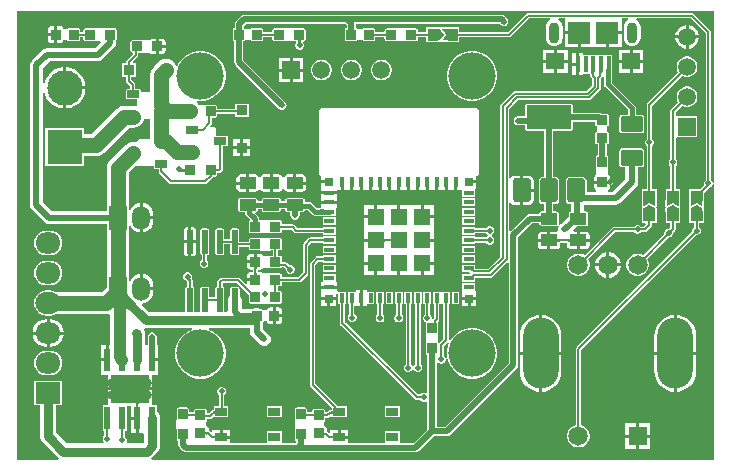
<source format=gtl>
G04*
G04 #@! TF.GenerationSoftware,Altium Limited,Altium Designer,23.4.1 (23)*
G04*
G04 Layer_Physical_Order=1*
G04 Layer_Color=255*
%FSLAX44Y44*%
%MOMM*%
G71*
G04*
G04 #@! TF.SameCoordinates,9FFFCCE3-57C6-44D0-9ABF-11A32D4D8937*
G04*
G04*
G04 #@! TF.FilePolarity,Positive*
G04*
G01*
G75*
%ADD11C,0.2000*%
%ADD20R,1.4478X1.4478*%
%ADD21R,0.7112X0.7112*%
%ADD22R,0.4064X0.8128*%
%ADD23R,0.8128X0.4064*%
G04:AMPARAMS|DCode=24|XSize=0.9mm|YSize=0.8mm|CornerRadius=0.06mm|HoleSize=0mm|Usage=FLASHONLY|Rotation=90.000|XOffset=0mm|YOffset=0mm|HoleType=Round|Shape=RoundedRectangle|*
%AMROUNDEDRECTD24*
21,1,0.9000,0.6800,0,0,90.0*
21,1,0.7800,0.8000,0,0,90.0*
1,1,0.1200,0.3400,0.3900*
1,1,0.1200,0.3400,-0.3900*
1,1,0.1200,-0.3400,-0.3900*
1,1,0.1200,-0.3400,0.3900*
%
%ADD24ROUNDEDRECTD24*%
G04:AMPARAMS|DCode=25|XSize=1.34mm|YSize=1.8mm|CornerRadius=0.067mm|HoleSize=0mm|Usage=FLASHONLY|Rotation=90.000|XOffset=0mm|YOffset=0mm|HoleType=Round|Shape=RoundedRectangle|*
%AMROUNDEDRECTD25*
21,1,1.3400,1.6660,0,0,90.0*
21,1,1.2060,1.8000,0,0,90.0*
1,1,0.1340,0.8330,0.6030*
1,1,0.1340,0.8330,-0.6030*
1,1,0.1340,-0.8330,-0.6030*
1,1,0.1340,-0.8330,0.6030*
%
%ADD25ROUNDEDRECTD25*%
G04:AMPARAMS|DCode=26|XSize=1.5mm|YSize=2mm|CornerRadius=0.1875mm|HoleSize=0mm|Usage=FLASHONLY|Rotation=0.000|XOffset=0mm|YOffset=0mm|HoleType=Round|Shape=RoundedRectangle|*
%AMROUNDEDRECTD26*
21,1,1.5000,1.6250,0,0,0.0*
21,1,1.1250,2.0000,0,0,0.0*
1,1,0.3750,0.5625,-0.8125*
1,1,0.3750,-0.5625,-0.8125*
1,1,0.3750,-0.5625,0.8125*
1,1,0.3750,0.5625,0.8125*
%
%ADD26ROUNDEDRECTD26*%
G04:AMPARAMS|DCode=27|XSize=3.8mm|YSize=2mm|CornerRadius=0.05mm|HoleSize=0mm|Usage=FLASHONLY|Rotation=0.000|XOffset=0mm|YOffset=0mm|HoleType=Round|Shape=RoundedRectangle|*
%AMROUNDEDRECTD27*
21,1,3.8000,1.9000,0,0,0.0*
21,1,3.7000,2.0000,0,0,0.0*
1,1,0.1000,1.8500,-0.9500*
1,1,0.1000,-1.8500,-0.9500*
1,1,0.1000,-1.8500,0.9500*
1,1,0.1000,1.8500,0.9500*
%
%ADD27ROUNDEDRECTD27*%
G04:AMPARAMS|DCode=28|XSize=0.8mm|YSize=0.9mm|CornerRadius=0.06mm|HoleSize=0mm|Usage=FLASHONLY|Rotation=90.000|XOffset=0mm|YOffset=0mm|HoleType=Round|Shape=RoundedRectangle|*
%AMROUNDEDRECTD28*
21,1,0.8000,0.7800,0,0,90.0*
21,1,0.6800,0.9000,0,0,90.0*
1,1,0.1200,0.3900,0.3400*
1,1,0.1200,0.3900,-0.3400*
1,1,0.1200,-0.3900,-0.3400*
1,1,0.1200,-0.3900,0.3400*
%
%ADD28ROUNDEDRECTD28*%
G04:AMPARAMS|DCode=29|XSize=0.9mm|YSize=0.8mm|CornerRadius=0.06mm|HoleSize=0mm|Usage=FLASHONLY|Rotation=0.000|XOffset=0mm|YOffset=0mm|HoleType=Round|Shape=RoundedRectangle|*
%AMROUNDEDRECTD29*
21,1,0.9000,0.6800,0,0,0.0*
21,1,0.7800,0.8000,0,0,0.0*
1,1,0.1200,0.3900,-0.3400*
1,1,0.1200,-0.3900,-0.3400*
1,1,0.1200,-0.3900,0.3400*
1,1,0.1200,0.3900,0.3400*
%
%ADD29ROUNDEDRECTD29*%
G04:AMPARAMS|DCode=30|XSize=0.95mm|YSize=1.4mm|CornerRadius=0.0712mm|HoleSize=0mm|Usage=FLASHONLY|Rotation=270.000|XOffset=0mm|YOffset=0mm|HoleType=Round|Shape=RoundedRectangle|*
%AMROUNDEDRECTD30*
21,1,0.9500,1.2575,0,0,270.0*
21,1,0.8075,1.4000,0,0,270.0*
1,1,0.1425,-0.6288,-0.4037*
1,1,0.1425,-0.6288,0.4037*
1,1,0.1425,0.6288,0.4037*
1,1,0.1425,0.6288,-0.4037*
%
%ADD30ROUNDEDRECTD30*%
G04:AMPARAMS|DCode=31|XSize=0.6mm|YSize=1.05mm|CornerRadius=0.045mm|HoleSize=0mm|Usage=FLASHONLY|Rotation=270.000|XOffset=0mm|YOffset=0mm|HoleType=Round|Shape=RoundedRectangle|*
%AMROUNDEDRECTD31*
21,1,0.6000,0.9600,0,0,270.0*
21,1,0.5100,1.0500,0,0,270.0*
1,1,0.0900,-0.4800,-0.2550*
1,1,0.0900,-0.4800,0.2550*
1,1,0.0900,0.4800,0.2550*
1,1,0.0900,0.4800,-0.2550*
%
%ADD31ROUNDEDRECTD31*%
%ADD32R,0.9000X0.9500*%
%ADD33R,0.9500X0.9000*%
G04:AMPARAMS|DCode=34|XSize=0.8mm|YSize=0.9mm|CornerRadius=0.06mm|HoleSize=0mm|Usage=FLASHONLY|Rotation=180.000|XOffset=0mm|YOffset=0mm|HoleType=Round|Shape=RoundedRectangle|*
%AMROUNDEDRECTD34*
21,1,0.8000,0.7800,0,0,180.0*
21,1,0.6800,0.9000,0,0,180.0*
1,1,0.1200,-0.3400,0.3900*
1,1,0.1200,0.3400,0.3900*
1,1,0.1200,0.3400,-0.3900*
1,1,0.1200,-0.3400,-0.3900*
%
%ADD34ROUNDEDRECTD34*%
%ADD35R,0.4000X1.3500*%
%ADD36R,1.6000X1.4000*%
%ADD37R,1.9000X1.9000*%
%ADD38R,0.9906X0.7112*%
G04:AMPARAMS|DCode=39|XSize=0.5334mm|YSize=1.9812mm|CornerRadius=0.0667mm|HoleSize=0mm|Usage=FLASHONLY|Rotation=180.000|XOffset=0mm|YOffset=0mm|HoleType=Round|Shape=RoundedRectangle|*
%AMROUNDEDRECTD39*
21,1,0.5334,1.8479,0,0,180.0*
21,1,0.4001,1.9812,0,0,180.0*
1,1,0.1333,-0.2000,0.9239*
1,1,0.1333,0.2000,0.9239*
1,1,0.1333,0.2000,-0.9239*
1,1,0.1333,-0.2000,-0.9239*
%
%ADD39ROUNDEDRECTD39*%
%ADD40R,0.5334X1.9812*%
%ADD61R,3.2004X2.3876*%
%ADD79R,0.9000X1.0000*%
%ADD80R,1.0000X0.9000*%
%ADD81C,0.8000*%
%ADD82C,0.5000*%
%ADD83C,0.1824*%
%ADD84C,1.2500*%
%ADD85C,0.4000*%
%ADD86C,1.0000*%
%ADD87R,1.5000X2.0000*%
%ADD88O,1.5000X2.0000*%
%ADD89C,1.5000*%
%ADD90R,1.5000X1.5000*%
%ADD91O,2.1336X1.8796*%
%ADD92O,2.1336X1.8288*%
%ADD93R,2.1336X1.8288*%
%ADD94R,1.5000X1.5000*%
%ADD95C,4.0000*%
%ADD96C,0.5000*%
%ADD97O,0.9000X1.8000*%
%ADD98R,1.6500X1.6500*%
%ADD99C,1.6500*%
%ADD100O,3.0000X6.0000*%
%ADD101R,3.0000X3.0000*%
%ADD102C,3.0000*%
%ADD103C,0.8000*%
G36*
X365000Y355000D02*
X359500D01*
X360750Y357000D01*
X362750Y360000D01*
X360750Y363000D01*
X359500Y365000D01*
X365000D01*
Y355000D01*
D02*
G37*
G36*
X359000Y363000D02*
X361000Y360000D01*
X359000Y357000D01*
X357750Y355000D01*
X355000D01*
Y365000D01*
X357750D01*
X359000Y363000D01*
D02*
G37*
G36*
X240810Y355994D02*
X240640Y355933D01*
X240490Y355831D01*
X240360Y355689D01*
X240250Y355507D01*
X240160Y355283D01*
X240090Y355019D01*
X240040Y354715D01*
X240017Y354446D01*
X240030Y354304D01*
X240068Y354077D01*
X240120Y353860D01*
X240187Y353654D01*
X240270Y353459D01*
X240368Y353275D01*
X240480Y353101D01*
X240607Y352938D01*
X240750Y352785D01*
X237250D01*
X237393Y352938D01*
X237520Y353101D01*
X237633Y353275D01*
X237730Y353459D01*
X237812Y353654D01*
X237880Y353860D01*
X237932Y354077D01*
X237970Y354304D01*
X237983Y354446D01*
X237960Y354715D01*
X237910Y355019D01*
X237840Y355283D01*
X237750Y355507D01*
X237640Y355689D01*
X237510Y355831D01*
X237360Y355933D01*
X237190Y355994D01*
X237000Y356014D01*
X241000D01*
X240810Y355994D01*
D02*
G37*
G36*
X590000Y234794D02*
X588750Y234746D01*
X588179Y236124D01*
X587294Y237009D01*
Y362000D01*
X587119Y362878D01*
X586622Y363622D01*
X572622Y377622D01*
X571878Y378120D01*
X571000Y378294D01*
X432000D01*
X431122Y378120D01*
X430378Y377622D01*
X415049Y362293D01*
X374249D01*
Y366249D01*
X365251D01*
X365000Y366353D01*
X359500D01*
X359153Y366209D01*
X358783Y366147D01*
X358054Y366318D01*
X357897Y366292D01*
X357750Y366353D01*
X355000D01*
X354749Y366249D01*
X345749D01*
Y362294D01*
X339286D01*
Y363400D01*
X339143Y364122D01*
X338734Y364734D01*
X338122Y365143D01*
X337400Y365286D01*
X329600D01*
X329304Y365227D01*
X329001Y365353D01*
X321001D01*
X320697Y365227D01*
X320400Y365286D01*
X312600D01*
X311878Y365143D01*
X311266Y364734D01*
X310857Y364122D01*
X310714Y363400D01*
Y362294D01*
X302786D01*
Y363900D01*
X302643Y364622D01*
X302234Y365234D01*
X301622Y365643D01*
X300900Y365786D01*
X294100D01*
X293378Y365643D01*
X292766Y365234D01*
X292357Y364622D01*
X292333Y364500D01*
X287667D01*
X287643Y364622D01*
X287234Y365234D01*
X286622Y365643D01*
X286323Y365702D01*
Y369177D01*
X408416D01*
X409296Y368296D01*
X409609Y368087D01*
X409876Y367821D01*
X410224Y367677D01*
X410537Y367468D01*
X410906Y367394D01*
X411254Y367250D01*
X411631D01*
X412000Y367177D01*
X412369Y367250D01*
X412746D01*
X413094Y367394D01*
X413463Y367468D01*
X413776Y367677D01*
X414124Y367821D01*
X414390Y368087D01*
X414704Y368296D01*
X414913Y368610D01*
X415179Y368876D01*
X415323Y369224D01*
X415532Y369537D01*
X415606Y369906D01*
X415750Y370254D01*
Y370631D01*
X415824Y371000D01*
X415750Y371369D01*
Y371746D01*
X415606Y372094D01*
X415532Y372463D01*
X415323Y372776D01*
X415179Y373124D01*
X414913Y373391D01*
X414704Y373704D01*
X412704Y375704D01*
X411463Y376532D01*
X410000Y376824D01*
X192000D01*
X190537Y376532D01*
X189296Y375704D01*
X185296Y371704D01*
X184468Y370463D01*
X184177Y369000D01*
Y365786D01*
X184100D01*
X183378Y365643D01*
X182766Y365234D01*
X182357Y364622D01*
X182214Y363900D01*
Y356100D01*
X182357Y355378D01*
X182766Y354766D01*
X183378Y354357D01*
X183676Y354298D01*
Y336500D01*
X183968Y335037D01*
X184796Y333796D01*
X221296Y297296D01*
X221609Y297087D01*
X221876Y296821D01*
X222224Y296677D01*
X222537Y296468D01*
X222906Y296394D01*
X223254Y296250D01*
X223631D01*
X224000Y296176D01*
X224369Y296250D01*
X224746D01*
X225094Y296394D01*
X225463Y296468D01*
X225776Y296677D01*
X226124Y296821D01*
X226390Y297087D01*
X226704Y297296D01*
X226913Y297610D01*
X227179Y297876D01*
X227323Y298224D01*
X227532Y298537D01*
X227606Y298906D01*
X227750Y299254D01*
Y299631D01*
X227823Y300000D01*
X227750Y300369D01*
Y300746D01*
X227606Y301094D01*
X227532Y301463D01*
X227323Y301776D01*
X227179Y302124D01*
X226913Y302390D01*
X226704Y302704D01*
X191323Y338084D01*
Y354298D01*
X191622Y354357D01*
X192234Y354766D01*
X192643Y355378D01*
X192667Y355500D01*
X197333D01*
X197357Y355378D01*
X197766Y354766D01*
X198378Y354357D01*
X199100Y354214D01*
X205900D01*
X206622Y354357D01*
X207234Y354766D01*
X207643Y355378D01*
X207786Y356100D01*
Y357706D01*
X215714D01*
Y356600D01*
X215857Y355878D01*
X216266Y355266D01*
X216878Y354857D01*
X217600Y354714D01*
X225400D01*
X225696Y354773D01*
X226000Y354647D01*
X234000D01*
X234303Y354773D01*
X234600Y354714D01*
X235401D01*
X235474Y354692D01*
X235534Y354667D01*
X235751Y354381D01*
X236136Y353561D01*
X236140Y353444D01*
X235821Y353124D01*
X235250Y351746D01*
Y350254D01*
X235821Y348876D01*
X236876Y347821D01*
X238254Y347250D01*
X239746D01*
X241124Y347821D01*
X242179Y348876D01*
X242750Y350254D01*
Y351746D01*
X242179Y353124D01*
X241859Y353444D01*
X241864Y353562D01*
X242289Y354474D01*
X242443Y354689D01*
X242448Y354692D01*
X242477Y354709D01*
X242556Y354745D01*
X243122Y354857D01*
X243734Y355266D01*
X244143Y355878D01*
X244286Y356600D01*
Y363400D01*
X244143Y364122D01*
X243734Y364734D01*
X243122Y365143D01*
X242400Y365286D01*
X234600D01*
X234303Y365227D01*
X234000Y365353D01*
X226000D01*
X225696Y365227D01*
X225400Y365286D01*
X217600D01*
X216878Y365143D01*
X216266Y364734D01*
X215857Y364122D01*
X215714Y363400D01*
Y362294D01*
X207786D01*
Y363900D01*
X207643Y364622D01*
X207234Y365234D01*
X206622Y365643D01*
X205900Y365786D01*
X199100D01*
X198378Y365643D01*
X197766Y365234D01*
X197357Y364622D01*
X197333Y364500D01*
X192667D01*
X192643Y364622D01*
X192234Y365234D01*
X191823Y365508D01*
Y367416D01*
X193584Y369177D01*
X277416D01*
X278676Y367916D01*
Y365702D01*
X278378Y365643D01*
X277766Y365234D01*
X277357Y364622D01*
X277214Y363900D01*
Y356100D01*
X277357Y355378D01*
X277766Y354766D01*
X278378Y354357D01*
X279100Y354214D01*
X285900D01*
X286622Y354357D01*
X287234Y354766D01*
X287643Y355378D01*
X287667Y355500D01*
X292333D01*
X292357Y355378D01*
X292766Y354766D01*
X293378Y354357D01*
X294100Y354214D01*
X300900D01*
X301622Y354357D01*
X302234Y354766D01*
X302643Y355378D01*
X302786Y356100D01*
Y357706D01*
X310714D01*
Y356600D01*
X310857Y355878D01*
X311266Y355266D01*
X311878Y354857D01*
X312600Y354714D01*
X320400D01*
X320697Y354773D01*
X321001Y354647D01*
X329001D01*
X329304Y354773D01*
X329600Y354714D01*
X337400D01*
X338122Y354857D01*
X338734Y355266D01*
X339143Y355878D01*
X339286Y356600D01*
Y357706D01*
X345749D01*
Y353749D01*
X354753D01*
X355000Y353647D01*
X357750D01*
X357897Y353708D01*
X358054Y353682D01*
X358783Y353853D01*
X359153Y353791D01*
X359500Y353647D01*
X365000D01*
X365247Y353749D01*
X374249D01*
Y357705D01*
X415999D01*
X416877Y357880D01*
X417621Y358377D01*
X432950Y373706D01*
X450785D01*
X451038Y372436D01*
X450950Y372399D01*
X449479Y371271D01*
X448351Y369800D01*
X447641Y368088D01*
X447399Y366250D01*
Y357250D01*
X447641Y355412D01*
X448351Y353700D01*
X449479Y352229D01*
X450950Y351101D01*
X452662Y350391D01*
X454500Y350149D01*
X456338Y350391D01*
X458050Y351101D01*
X459521Y352229D01*
X460649Y353700D01*
X461359Y355412D01*
X461601Y357250D01*
Y366250D01*
X461359Y368088D01*
X460649Y369800D01*
X459521Y371271D01*
X458050Y372399D01*
X457962Y372436D01*
X458215Y373706D01*
X463460D01*
Y363020D01*
X475500D01*
Y361750D01*
X476770D01*
Y349710D01*
X498230D01*
Y361750D01*
X499500D01*
Y363020D01*
X511540D01*
Y373706D01*
X516785D01*
X517038Y372436D01*
X516950Y372399D01*
X515479Y371271D01*
X514351Y369800D01*
X513641Y368088D01*
X513399Y366250D01*
Y357250D01*
X513641Y355412D01*
X514351Y353700D01*
X515479Y352229D01*
X516950Y351101D01*
X518662Y350391D01*
X520500Y350149D01*
X522338Y350391D01*
X524050Y351101D01*
X525521Y352229D01*
X526649Y353700D01*
X527359Y355412D01*
X527601Y357250D01*
Y366250D01*
X527359Y368088D01*
X526649Y369800D01*
X525521Y371271D01*
X524050Y372399D01*
X523962Y372436D01*
X524215Y373706D01*
X570050D01*
X582706Y361050D01*
Y237009D01*
X581821Y236124D01*
X581250Y234746D01*
Y233254D01*
X581473Y232716D01*
X578007Y229249D01*
X568751D01*
Y220251D01*
X568647Y220000D01*
Y214500D01*
X568791Y214153D01*
X568853Y213783D01*
X568682Y213054D01*
X568708Y212897D01*
X568647Y212750D01*
Y210000D01*
X568751Y209749D01*
Y200749D01*
X572706D01*
Y197009D01*
X571821Y196124D01*
X571250Y194746D01*
Y193494D01*
X473378Y95622D01*
X472881Y94878D01*
X472706Y94000D01*
Y29220D01*
X471333Y28853D01*
X469167Y27602D01*
X467398Y25833D01*
X466147Y23667D01*
X465500Y21251D01*
Y18749D01*
X466147Y16333D01*
X467398Y14167D01*
X469167Y12398D01*
X471333Y11147D01*
X473749Y10500D01*
X476251D01*
X478667Y11147D01*
X480833Y12398D01*
X482602Y14167D01*
X483853Y16333D01*
X484500Y18749D01*
Y21251D01*
X483853Y23667D01*
X482602Y25833D01*
X480833Y27602D01*
X478667Y28853D01*
X477294Y29220D01*
Y93050D01*
X574494Y190250D01*
X575746D01*
X577124Y190821D01*
X578179Y191876D01*
X578750Y193254D01*
Y194746D01*
X578179Y196124D01*
X577294Y197009D01*
Y200749D01*
X581251D01*
Y209753D01*
X581353Y210000D01*
Y212750D01*
X581292Y212897D01*
X581318Y213054D01*
X581100Y213360D01*
X580991Y213625D01*
X581018Y213690D01*
X581147Y213783D01*
X581209Y214153D01*
X581353Y214500D01*
Y220000D01*
X581251Y220247D01*
Y226005D01*
X585496Y230250D01*
X585746D01*
X587124Y230821D01*
X588179Y231876D01*
X588750Y233254D01*
X590000Y233206D01*
Y0D01*
X113776D01*
X113345Y1270D01*
X114306Y2008D01*
X118992Y6694D01*
X120114Y8156D01*
X120820Y9859D01*
X121060Y11686D01*
Y34982D01*
X121110Y35362D01*
X120870Y37189D01*
X120164Y38892D01*
X119042Y40354D01*
X117987Y41164D01*
Y46538D01*
X113542D01*
Y58730D01*
X99690D01*
X96000Y55040D01*
X95993Y55531D01*
X95908Y56431D01*
X95829Y56840D01*
X95727Y57222D01*
X95601Y57578D01*
X95451Y57906D01*
X95277Y58207D01*
X95079Y58481D01*
X94857Y58729D01*
X94859Y58730D01*
X76458D01*
Y46518D01*
X72033D01*
Y24206D01*
X73656D01*
Y20959D01*
X72821Y20124D01*
X72250Y18746D01*
Y17254D01*
X72821Y15876D01*
X73366Y15330D01*
X72840Y14060D01*
X41925D01*
X33060Y22924D01*
Y46086D01*
X37938D01*
Y66914D01*
X14062D01*
Y46086D01*
X18940D01*
Y20000D01*
X19180Y18173D01*
X19885Y16470D01*
X21008Y15007D01*
X34007Y2008D01*
X34969Y1270D01*
X34538Y0D01*
X0D01*
Y380000D01*
X590000D01*
Y234794D01*
D02*
G37*
G36*
X580000Y214500D02*
X578000Y215750D01*
X575000Y217750D01*
X572000Y215750D01*
X570000Y214500D01*
Y220000D01*
X580000D01*
Y214500D01*
D02*
G37*
G36*
X578000Y214000D02*
X580000Y212750D01*
Y210000D01*
X570000D01*
Y212750D01*
X572000Y214000D01*
X575000Y216000D01*
X578000Y214000D01*
D02*
G37*
G36*
X103362Y52753D02*
X102662Y50993D01*
X102550Y50616D01*
X102400Y49939D01*
X102362Y49638D01*
X102350Y49363D01*
X100350Y48615D01*
X100330Y48971D01*
X100269Y49308D01*
X100168Y49628D01*
X100027Y49929D01*
X99845Y50213D01*
X99622Y50479D01*
X99359Y50728D01*
X99056Y50958D01*
X98713Y51171D01*
X98328Y51366D01*
X103600Y53256D01*
X103362Y52753D01*
D02*
G37*
G36*
X103160Y48103D02*
X102990Y48042D01*
X102840Y47940D01*
X102710Y47798D01*
X102600Y47615D01*
X102510Y47392D01*
X102440Y47128D01*
X102390Y46824D01*
X102376Y46665D01*
X102390Y46507D01*
X102440Y46202D01*
X102510Y45938D01*
X102600Y45715D01*
X102710Y45532D01*
X102840Y45390D01*
X102990Y45288D01*
X103160Y45227D01*
X103350Y45207D01*
X99350D01*
X99540Y45227D01*
X99710Y45288D01*
X99860Y45390D01*
X99990Y45532D01*
X100100Y45715D01*
X100190Y45938D01*
X100260Y46202D01*
X100310Y46507D01*
X100324Y46665D01*
X100310Y46824D01*
X100260Y47128D01*
X100190Y47392D01*
X100100Y47615D01*
X99990Y47798D01*
X99860Y47940D01*
X99710Y48042D01*
X99540Y48103D01*
X99350Y48123D01*
X103350D01*
X103160Y48103D01*
D02*
G37*
G36*
X96143Y36632D02*
X101350D01*
Y35362D01*
X102620D01*
Y22916D01*
X106557D01*
X106940Y21804D01*
Y14611D01*
X106389Y14060D01*
X93248D01*
X92400Y15330D01*
X92575Y15754D01*
Y17246D01*
X92004Y18624D01*
X91032Y19597D01*
Y24206D01*
X92567D01*
Y45522D01*
X96143D01*
Y36632D01*
D02*
G37*
%LPC*%
G36*
X31230Y367102D02*
X29100D01*
X27875Y366858D01*
X26836Y366164D01*
X26142Y365125D01*
X25898Y363900D01*
Y361270D01*
X31230D01*
Y367102D01*
D02*
G37*
G36*
X568322Y368140D02*
X568270D01*
Y359370D01*
X577040D01*
Y359421D01*
X576356Y361975D01*
X575034Y364264D01*
X573164Y366134D01*
X570875Y367455D01*
X568322Y368140D01*
D02*
G37*
G36*
X565730D02*
X565678D01*
X563125Y367455D01*
X560835Y366134D01*
X558966Y364264D01*
X557644Y361975D01*
X556960Y359421D01*
Y359370D01*
X565730D01*
Y368140D01*
D02*
G37*
G36*
X31230Y358730D02*
X25898D01*
Y356100D01*
X26142Y354875D01*
X26836Y353836D01*
X27875Y353142D01*
X29100Y352898D01*
X31230D01*
Y358730D01*
D02*
G37*
G36*
X122400Y356601D02*
X119770D01*
Y351270D01*
X125602D01*
Y353400D01*
X125358Y354625D01*
X124664Y355664D01*
X123625Y356358D01*
X122400Y356601D01*
D02*
G37*
G36*
X511540Y360480D02*
X500770D01*
Y349710D01*
X511540D01*
Y360480D01*
D02*
G37*
G36*
X474230D02*
X463460D01*
Y349710D01*
X474230D01*
Y360480D01*
D02*
G37*
G36*
X577040Y356830D02*
X568270D01*
Y348060D01*
X568322D01*
X570875Y348744D01*
X573164Y350066D01*
X575034Y351935D01*
X576356Y354224D01*
X577040Y356778D01*
Y356830D01*
D02*
G37*
G36*
X565730D02*
X556960D01*
Y356778D01*
X557644Y354224D01*
X558966Y351935D01*
X560835Y350066D01*
X563125Y348744D01*
X565678Y348060D01*
X565730D01*
Y356830D01*
D02*
G37*
G36*
X125602Y348730D02*
X119770D01*
Y343399D01*
X122400D01*
X123625Y343642D01*
X124664Y344336D01*
X125358Y345375D01*
X125602Y346600D01*
Y348730D01*
D02*
G37*
G36*
X466040Y346790D02*
X456770D01*
Y338520D01*
X466040D01*
Y346790D01*
D02*
G37*
G36*
X530040D02*
X520770D01*
Y338520D01*
X530040D01*
Y346790D01*
D02*
G37*
G36*
X518230D02*
X508960D01*
Y338520D01*
X518230D01*
Y346790D01*
D02*
G37*
G36*
X454230D02*
X444960D01*
Y338520D01*
X454230D01*
Y346790D01*
D02*
G37*
G36*
X473230Y344290D02*
X469960D01*
Y336270D01*
X473230D01*
Y344290D01*
D02*
G37*
G36*
X241940Y340040D02*
X233170D01*
Y331270D01*
X241940D01*
Y340040D01*
D02*
G37*
G36*
X230630D02*
X221860D01*
Y331270D01*
X230630D01*
Y340040D01*
D02*
G37*
G36*
X530040Y335980D02*
X520770D01*
Y327710D01*
X530040D01*
Y335980D01*
D02*
G37*
G36*
X518230D02*
X508960D01*
Y327710D01*
X518230D01*
Y335980D01*
D02*
G37*
G36*
X466040D02*
X456770D01*
Y327710D01*
X466040D01*
Y335980D01*
D02*
G37*
G36*
X454230D02*
X444960D01*
Y327710D01*
X454230D01*
Y335980D01*
D02*
G37*
G36*
X473230Y333730D02*
X469960D01*
Y325710D01*
X473230D01*
Y333730D01*
D02*
G37*
G36*
X568152Y341450D02*
X565848D01*
X563622Y340853D01*
X561627Y339701D01*
X559998Y338072D01*
X558846Y336077D01*
X558250Y333852D01*
Y331548D01*
X558846Y329322D01*
X559407Y328351D01*
X533379Y302323D01*
X532881Y301579D01*
X532707Y300701D01*
Y272010D01*
X531821Y271124D01*
X531250Y269746D01*
Y268254D01*
X531821Y266876D01*
X532707Y265990D01*
Y229249D01*
X528751D01*
Y220251D01*
X528647Y220000D01*
Y214500D01*
X528791Y214153D01*
X528853Y213783D01*
X528682Y213054D01*
X528708Y212897D01*
X528647Y212750D01*
Y210000D01*
X528751Y209749D01*
Y200749D01*
X531709D01*
X532235Y199479D01*
X530050Y197294D01*
X528009D01*
X527124Y198179D01*
X525746Y198750D01*
X524254D01*
X522876Y198179D01*
X521991Y197294D01*
X505500D01*
X504622Y197120D01*
X503878Y196622D01*
X480215Y172959D01*
X478667Y173853D01*
X476251Y174500D01*
X473749D01*
X471333Y173853D01*
X469167Y172602D01*
X467398Y170833D01*
X466147Y168667D01*
X465500Y166251D01*
Y163749D01*
X466147Y161333D01*
X467398Y159167D01*
X469167Y157398D01*
X471333Y156147D01*
X473749Y155500D01*
X476251D01*
X478667Y156147D01*
X480833Y157398D01*
X482602Y159167D01*
X483853Y161333D01*
X484500Y163749D01*
Y166251D01*
X483853Y168667D01*
X483325Y169581D01*
X506450Y192706D01*
X521991D01*
X522876Y191821D01*
X524254Y191250D01*
X525746D01*
X527124Y191821D01*
X528009Y192706D01*
X531000D01*
X531878Y192881D01*
X532622Y193378D01*
X536623Y197379D01*
X537120Y198123D01*
X537295Y199001D01*
Y200749D01*
X541251D01*
Y209753D01*
X541353Y210000D01*
Y212750D01*
X541292Y212897D01*
X541318Y213054D01*
X541100Y213360D01*
X540991Y213625D01*
X541018Y213690D01*
X541147Y213783D01*
X541209Y214153D01*
X541353Y214500D01*
Y220000D01*
X541251Y220247D01*
Y229249D01*
X537295D01*
Y265992D01*
X538179Y266876D01*
X538750Y268254D01*
Y269746D01*
X538179Y271124D01*
X537295Y272008D01*
Y299750D01*
X562651Y325107D01*
X563622Y324546D01*
X565848Y323950D01*
X568152D01*
X570377Y324546D01*
X572372Y325698D01*
X574002Y327327D01*
X575154Y329322D01*
X575750Y331548D01*
Y333852D01*
X575154Y336077D01*
X574002Y338072D01*
X572372Y339701D01*
X570377Y340853D01*
X568152Y341450D01*
D02*
G37*
G36*
X309252Y338750D02*
X306948D01*
X304722Y338154D01*
X302727Y337002D01*
X301098Y335373D01*
X299946Y333378D01*
X299350Y331152D01*
Y328848D01*
X299946Y326623D01*
X301098Y324627D01*
X302727Y322998D01*
X304722Y321847D01*
X306948Y321250D01*
X309252D01*
X311477Y321847D01*
X313472Y322998D01*
X315101Y324627D01*
X316253Y326623D01*
X316850Y328848D01*
Y331152D01*
X316253Y333378D01*
X315101Y335373D01*
X313472Y337002D01*
X311477Y338154D01*
X309252Y338750D01*
D02*
G37*
G36*
X283852D02*
X281548D01*
X279322Y338154D01*
X277327Y337002D01*
X275698Y335373D01*
X274546Y333378D01*
X273950Y331152D01*
Y328848D01*
X274546Y326623D01*
X275698Y324627D01*
X277327Y322998D01*
X279322Y321847D01*
X281548Y321250D01*
X283852D01*
X286077Y321847D01*
X288072Y322998D01*
X289701Y324627D01*
X290853Y326623D01*
X291450Y328848D01*
Y331152D01*
X290853Y333378D01*
X289701Y335373D01*
X288072Y337002D01*
X286077Y338154D01*
X283852Y338750D01*
D02*
G37*
G36*
X258452Y338750D02*
X256148D01*
X253923Y338153D01*
X251928Y337002D01*
X250299Y335373D01*
X249147Y333377D01*
X248550Y331152D01*
Y328848D01*
X249147Y326622D01*
X250299Y324627D01*
X251928Y322998D01*
X253923Y321846D01*
X256148Y321250D01*
X258452D01*
X260678Y321846D01*
X262673Y322998D01*
X264302Y324627D01*
X265454Y326622D01*
X266050Y328848D01*
Y331152D01*
X265454Y333377D01*
X264302Y335373D01*
X262673Y337002D01*
X260678Y338153D01*
X258452Y338750D01*
D02*
G37*
G36*
X241940Y328730D02*
X233170D01*
Y319960D01*
X241940D01*
Y328730D01*
D02*
G37*
G36*
X230630D02*
X221860D01*
Y319960D01*
X230630D01*
Y328730D01*
D02*
G37*
G36*
X41727Y332540D02*
X41270D01*
Y316270D01*
X57540D01*
Y316728D01*
X56866Y320116D01*
X55544Y323308D01*
X53624Y326181D01*
X51181Y328624D01*
X48308Y330544D01*
X45116Y331866D01*
X41727Y332540D01*
D02*
G37*
G36*
X387093Y346250D02*
X382907D01*
X378802Y345433D01*
X374934Y343831D01*
X371454Y341506D01*
X368494Y338546D01*
X366169Y335066D01*
X364567Y331198D01*
X363750Y327093D01*
Y322907D01*
X364567Y318802D01*
X366169Y314934D01*
X368494Y311454D01*
X371454Y308494D01*
X374934Y306168D01*
X378802Y304567D01*
X382907Y303750D01*
X387093D01*
X391198Y304567D01*
X395066Y306168D01*
X398546Y308494D01*
X401506Y311454D01*
X403831Y314934D01*
X405433Y318802D01*
X406250Y322907D01*
Y327093D01*
X405433Y331198D01*
X403831Y335066D01*
X401506Y338546D01*
X398546Y341506D01*
X395066Y343831D01*
X391198Y345433D01*
X387093Y346250D01*
D02*
G37*
G36*
X35900Y367102D02*
X33770D01*
Y360000D01*
Y352898D01*
X35900D01*
X37125Y353142D01*
X38164Y353836D01*
X38858Y354875D01*
X38982Y355500D01*
X42333D01*
X42357Y355378D01*
X42766Y354766D01*
X43378Y354357D01*
X44100Y354214D01*
X50900D01*
X51622Y354357D01*
X52234Y354766D01*
X52643Y355378D01*
X52786Y356100D01*
Y357706D01*
X55714D01*
Y356600D01*
X55857Y355878D01*
X56266Y355266D01*
X56878Y354857D01*
X57600Y354714D01*
X65400D01*
X65697Y354773D01*
X66001Y354647D01*
X70057D01*
X70543Y353474D01*
X65677Y348608D01*
X25000D01*
X22854Y348181D01*
X21035Y346965D01*
X12035Y337965D01*
X10819Y336146D01*
X10392Y334000D01*
Y216000D01*
X10819Y213854D01*
X12035Y212035D01*
X23035Y201035D01*
X24854Y199819D01*
X27000Y199392D01*
X75670D01*
Y146365D01*
X71335Y142030D01*
X32623D01*
X30055Y143093D01*
X27270Y143460D01*
X24730D01*
X21945Y143093D01*
X19350Y142018D01*
X17121Y140309D01*
X15411Y138080D01*
X14337Y135485D01*
X13970Y132700D01*
X14337Y129915D01*
X15411Y127320D01*
X17121Y125091D01*
X19350Y123382D01*
X21945Y122307D01*
X24730Y121940D01*
X27270D01*
X30055Y122307D01*
X32623Y123370D01*
X75200D01*
X77278Y123644D01*
X78548Y122872D01*
Y97084D01*
X77220D01*
Y84638D01*
X75950D01*
Y83368D01*
X70743D01*
Y72192D01*
X76458D01*
Y61270D01*
X95000D01*
X113542D01*
Y72192D01*
X119257D01*
Y83368D01*
X114050D01*
Y85908D01*
X119257D01*
Y97084D01*
X117945D01*
X117852Y99564D01*
X117823Y99626D01*
Y104000D01*
X117532Y105463D01*
X116704Y106704D01*
X115463Y107532D01*
X114000Y107823D01*
X112537Y107532D01*
X111296Y106704D01*
X110468Y105463D01*
X110176Y104000D01*
Y99593D01*
X110147Y99524D01*
X110129Y97084D01*
X108843D01*
X108410Y98175D01*
Y106150D01*
X108170Y107977D01*
X107465Y109680D01*
X106974Y110320D01*
X107661Y111510D01*
X108539Y111395D01*
X147804D01*
X148057Y110125D01*
X144934Y108832D01*
X141454Y106506D01*
X138494Y103546D01*
X136168Y100066D01*
X134567Y96198D01*
X133750Y92093D01*
Y87907D01*
X134567Y83802D01*
X136168Y79934D01*
X138494Y76454D01*
X141454Y73494D01*
X144934Y71168D01*
X148802Y69567D01*
X152907Y68750D01*
X157093D01*
X161198Y69567D01*
X165066Y71168D01*
X168546Y73494D01*
X171506Y76454D01*
X173832Y79934D01*
X175433Y83802D01*
X176250Y87907D01*
Y92093D01*
X175433Y96198D01*
X173832Y100066D01*
X171506Y103546D01*
X168546Y106506D01*
X165066Y108832D01*
X161943Y110125D01*
X162196Y111395D01*
X196892D01*
Y108500D01*
X197319Y106354D01*
X198535Y104535D01*
X205035Y98035D01*
X205494Y97728D01*
X205884Y97337D01*
X206395Y97126D01*
X206854Y96819D01*
X207396Y96711D01*
X207906Y96500D01*
X208458D01*
X209000Y96392D01*
X209542Y96500D01*
X210094D01*
X210604Y96711D01*
X211146Y96819D01*
X211605Y97126D01*
X212115Y97337D01*
X212506Y97728D01*
X212965Y98035D01*
X213272Y98494D01*
X213663Y98884D01*
X213874Y99395D01*
X214181Y99854D01*
X214289Y100396D01*
X214500Y100906D01*
Y101458D01*
X214608Y102000D01*
X214500Y102542D01*
Y103094D01*
X214289Y103604D01*
X214181Y104146D01*
X213874Y104605D01*
X213663Y105115D01*
X213272Y105506D01*
X212965Y105965D01*
X208108Y110823D01*
Y117068D01*
X208439Y117500D01*
X211018D01*
X211142Y116875D01*
X211836Y115836D01*
X212875Y115142D01*
X214100Y114899D01*
X216230D01*
Y122000D01*
Y129101D01*
X214100D01*
X212875Y128858D01*
X211836Y128164D01*
X211142Y127125D01*
X211018Y126500D01*
X207687D01*
X207661Y126630D01*
X207248Y127248D01*
X206630Y127662D01*
X205900Y127807D01*
X204983D01*
X204327Y128078D01*
X202500Y128319D01*
X200673Y128078D01*
X200016Y127807D01*
X199100D01*
X198750Y127737D01*
X189824D01*
Y135156D01*
X189397Y137303D01*
X188181Y139122D01*
X188024Y139279D01*
Y144600D01*
X187874Y145356D01*
X187446Y145997D01*
X186805Y146425D01*
X186049Y146575D01*
X182049D01*
X181293Y146425D01*
X180653Y145997D01*
X180225Y145356D01*
X180074Y144600D01*
Y139274D01*
X178868Y137469D01*
X178442Y135323D01*
X178608Y134484D01*
Y126547D01*
X177757Y125516D01*
X175801D01*
X175304Y126122D01*
Y144600D01*
X175155Y145348D01*
X174731Y145982D01*
X174097Y146406D01*
X173643Y146496D01*
Y149399D01*
X173950Y149706D01*
X185550D01*
X195714Y139542D01*
Y134100D01*
X195857Y133378D01*
X196266Y132766D01*
X196878Y132357D01*
X197600Y132214D01*
X205400D01*
X205697Y132273D01*
X206000Y132147D01*
X214000D01*
X214303Y132273D01*
X214600Y132214D01*
X222400D01*
X223122Y132357D01*
X223734Y132766D01*
X224143Y133378D01*
X224286Y134100D01*
Y140900D01*
X224143Y141622D01*
X223734Y142234D01*
X223122Y142643D01*
X222400Y142786D01*
X220794D01*
Y147214D01*
X222400D01*
X223122Y147357D01*
X223734Y147766D01*
X224143Y148378D01*
X224286Y149100D01*
Y150206D01*
X238500D01*
X239378Y150380D01*
X240122Y150878D01*
X245622Y156378D01*
X246119Y157122D01*
X246294Y158000D01*
Y181050D01*
X248950Y183706D01*
X258686D01*
Y182718D01*
X269314D01*
Y189282D01*
X258686D01*
Y188294D01*
X248000D01*
X247122Y188120D01*
X246378Y187622D01*
X242378Y183622D01*
X241880Y182878D01*
X241706Y182000D01*
Y158950D01*
X237550Y154794D01*
X224286D01*
Y155900D01*
X224143Y156622D01*
X223734Y157234D01*
X223122Y157643D01*
X222400Y157786D01*
X214600D01*
X214303Y157727D01*
X214000Y157853D01*
X207871D01*
X207664Y158164D01*
X206625Y158858D01*
X205400Y159101D01*
X203794D01*
Y160898D01*
X205400D01*
X206625Y161142D01*
X207664Y161836D01*
X207871Y162147D01*
X214000D01*
X214303Y162273D01*
X214600Y162214D01*
X222400D01*
X223122Y162357D01*
X223734Y162766D01*
X223760Y162806D01*
X225950D01*
X227250Y161506D01*
Y160254D01*
X227821Y158876D01*
X228876Y157821D01*
X230254Y157250D01*
X231746D01*
X233124Y157821D01*
X234179Y158876D01*
X234750Y160254D01*
Y161746D01*
X234179Y163124D01*
X233124Y164179D01*
X231746Y164750D01*
X230494D01*
X228522Y166722D01*
X227778Y167220D01*
X226900Y167394D01*
X224286D01*
Y170900D01*
X224143Y171622D01*
X223734Y172234D01*
X223122Y172643D01*
X222400Y172786D01*
X220794D01*
Y177214D01*
X222400D01*
X223122Y177357D01*
X223734Y177766D01*
X224143Y178378D01*
X224286Y179100D01*
Y185900D01*
X224143Y186622D01*
X223734Y187234D01*
X223122Y187643D01*
X222400Y187786D01*
X214600D01*
X214303Y187727D01*
X214000Y187853D01*
X206000D01*
X205697Y187727D01*
X205400Y187786D01*
X197600D01*
X196878Y187643D01*
X196266Y187234D01*
X195857Y186622D01*
X195714Y185900D01*
Y184794D01*
X188004D01*
Y193876D01*
X187855Y194624D01*
X187431Y195258D01*
X186797Y195682D01*
X186049Y195831D01*
X182049D01*
X181301Y195682D01*
X180667Y195258D01*
X180243Y194624D01*
X180095Y193876D01*
Y186931D01*
X175304D01*
Y193876D01*
X175155Y194624D01*
X174731Y195258D01*
X174097Y195682D01*
X173349Y195831D01*
X169349D01*
X168601Y195682D01*
X167967Y195258D01*
X167543Y194624D01*
X167395Y193876D01*
Y175398D01*
X167543Y174650D01*
X167967Y174016D01*
X168601Y173592D01*
X169349Y173444D01*
X173349D01*
X174097Y173592D01*
X174731Y174016D01*
X175155Y174650D01*
X175304Y175398D01*
Y182343D01*
X180095D01*
Y175398D01*
X180243Y174650D01*
X180667Y174016D01*
X181301Y173592D01*
X182049Y173444D01*
X186049D01*
X186797Y173592D01*
X187431Y174016D01*
X187855Y174650D01*
X188004Y175398D01*
Y180206D01*
X195714D01*
Y179100D01*
X195857Y178378D01*
X196266Y177766D01*
X196878Y177357D01*
X197600Y177214D01*
X205400D01*
X205697Y177273D01*
X206000Y177147D01*
X214000D01*
X214303Y177273D01*
X214600Y177214D01*
X216206D01*
Y172786D01*
X214600D01*
X214303Y172727D01*
X214000Y172853D01*
X207871D01*
X207664Y173164D01*
X206625Y173858D01*
X205400Y174102D01*
X202770D01*
Y167500D01*
X201500D01*
Y166230D01*
X194398D01*
Y164100D01*
X194642Y162875D01*
X195336Y161836D01*
X196375Y161142D01*
X197600Y160898D01*
X199206D01*
Y159101D01*
X197600D01*
X196375Y158858D01*
X195336Y158164D01*
X194642Y157125D01*
X194398Y155900D01*
Y153770D01*
X201500D01*
Y151230D01*
X194398D01*
Y149142D01*
X194306Y149055D01*
X193218Y148527D01*
X188122Y153622D01*
X187378Y154120D01*
X186500Y154294D01*
X173000D01*
X172122Y154120D01*
X171378Y153622D01*
X169727Y151971D01*
X169230Y151227D01*
X169055Y150349D01*
Y146496D01*
X168601Y146406D01*
X167967Y145982D01*
X167543Y145348D01*
X167395Y144600D01*
Y137655D01*
X162604D01*
Y144600D01*
X162455Y145348D01*
X162031Y145982D01*
X161397Y146406D01*
X160649Y146555D01*
X156649D01*
X155901Y146406D01*
X155267Y145982D01*
X154843Y145348D01*
X154695Y144600D01*
Y126122D01*
X154197Y125516D01*
X150401D01*
X149904Y126122D01*
Y144600D01*
X149755Y145348D01*
X149331Y145982D01*
X148697Y146406D01*
X148243Y146496D01*
Y152239D01*
X148069Y153117D01*
X147729Y153625D01*
X147617Y153899D01*
X147607Y153909D01*
X147750Y154254D01*
Y155746D01*
X147179Y157124D01*
X146124Y158179D01*
X144746Y158750D01*
X143254D01*
X141876Y158179D01*
X140821Y157124D01*
X140250Y155746D01*
Y154254D01*
X140821Y152876D01*
X141876Y151821D01*
X143254Y151250D01*
X143643D01*
X143655Y151237D01*
Y146496D01*
X143201Y146406D01*
X142567Y145982D01*
X142143Y145348D01*
X141995Y144600D01*
Y126122D01*
X141497Y125516D01*
X111463D01*
X105783Y131195D01*
X106238Y132536D01*
X107621Y132718D01*
X110063Y133730D01*
X112161Y135339D01*
X113770Y137437D01*
X114782Y139879D01*
X115127Y142500D01*
Y143730D01*
X105000D01*
Y145000D01*
X103730D01*
Y157459D01*
X102379Y157282D01*
X99937Y156270D01*
X97839Y154661D01*
X96230Y152563D01*
X95600Y151042D01*
X94330Y151294D01*
Y198706D01*
X95600Y198958D01*
X96230Y197437D01*
X97839Y195339D01*
X99937Y193730D01*
X102379Y192718D01*
X103730Y192541D01*
Y205000D01*
Y217460D01*
X102379Y217282D01*
X99937Y216270D01*
X97839Y214661D01*
X96230Y212563D01*
X95600Y211042D01*
X94330Y211294D01*
Y242985D01*
X100586Y249241D01*
X102043Y249043D01*
X102999Y248646D01*
X115317D01*
Y247950D01*
X115449Y247287D01*
X115824Y246724D01*
X116387Y246349D01*
X117050Y246217D01*
X119556D01*
Y244150D01*
X119731Y243272D01*
X120228Y242528D01*
X128378Y234378D01*
X129122Y233881D01*
X130000Y233706D01*
X159000D01*
X159878Y233881D01*
X160622Y234378D01*
X165122Y238878D01*
X165620Y239622D01*
X165638Y239714D01*
X167400D01*
X168122Y239857D01*
X168734Y240266D01*
X169143Y240878D01*
X169286Y241600D01*
Y242706D01*
X170678D01*
X171556Y242881D01*
X172300Y243378D01*
X173472Y244549D01*
X173969Y245294D01*
X174144Y246172D01*
Y265717D01*
X176650D01*
X177313Y265849D01*
X177876Y266224D01*
X178251Y266787D01*
X178383Y267450D01*
Y272550D01*
X178251Y273213D01*
X177876Y273776D01*
X177313Y274151D01*
X176650Y274283D01*
X168353D01*
Y280000D01*
X167956Y280957D01*
X167000Y281353D01*
X163757D01*
X163270Y282526D01*
X164122Y283378D01*
X164619Y284122D01*
X164794Y285000D01*
Y289714D01*
X167400D01*
X168122Y289857D01*
X168734Y290266D01*
X169143Y290878D01*
X169286Y291600D01*
Y292706D01*
X184000D01*
Y290000D01*
X196000D01*
Y301500D01*
X184000D01*
Y297294D01*
X169286D01*
Y298400D01*
X169143Y299122D01*
X168734Y299734D01*
X168122Y300143D01*
X167400Y300286D01*
X159600D01*
X159304Y300227D01*
X158998Y300354D01*
X154051D01*
X153097Y301597D01*
X151654Y302704D01*
X152192Y303892D01*
X152907Y303750D01*
X157093D01*
X161198Y304567D01*
X165066Y306168D01*
X168546Y308494D01*
X171506Y311454D01*
X173832Y314934D01*
X175433Y318802D01*
X176250Y322907D01*
Y327093D01*
X175433Y331198D01*
X173832Y335066D01*
X171506Y338546D01*
X168546Y341506D01*
X165066Y343831D01*
X161198Y345433D01*
X157093Y346250D01*
X152907D01*
X148802Y345433D01*
X144934Y343831D01*
X141454Y341506D01*
X138494Y338546D01*
X136168Y335066D01*
X135604Y333702D01*
X134229D01*
X133830Y334665D01*
X132347Y336597D01*
X130415Y338080D01*
X128165Y339012D01*
X125750Y339330D01*
X123335Y339012D01*
X121085Y338080D01*
X119153Y336597D01*
X115253Y332697D01*
X113770Y330765D01*
X112838Y328515D01*
X112520Y326100D01*
Y311353D01*
X104683D01*
Y312050D01*
X104551Y312713D01*
X104176Y313276D01*
X103613Y313651D01*
X102950Y313783D01*
X99794D01*
Y317500D01*
X99619Y318378D01*
X99122Y319122D01*
X96544Y321700D01*
Y324000D01*
X100000D01*
Y336000D01*
X98404D01*
X97918Y337173D01*
X101622Y340878D01*
X102120Y341622D01*
X102294Y342500D01*
Y344714D01*
X105400D01*
X105697Y344773D01*
X106001Y344647D01*
X112128D01*
X112336Y344336D01*
X113375Y343642D01*
X114600Y343399D01*
X117230D01*
Y350000D01*
Y356601D01*
X114600D01*
X113375Y356358D01*
X112336Y355664D01*
X112128Y355353D01*
X106001D01*
X105697Y355227D01*
X105400Y355286D01*
X97600D01*
X96878Y355143D01*
X96266Y354734D01*
X95857Y354122D01*
X95714Y353400D01*
Y346600D01*
X95857Y345878D01*
X96266Y345266D01*
X96878Y344857D01*
X97600Y344714D01*
X97690D01*
X97699Y343444D01*
X92628Y338372D01*
X92130Y337628D01*
X91956Y336750D01*
Y336000D01*
X88500D01*
Y324000D01*
X91956D01*
Y320750D01*
X92130Y319872D01*
X92628Y319128D01*
X95206Y316550D01*
Y313783D01*
X93350D01*
X92687Y313651D01*
X92124Y313276D01*
X91749Y312713D01*
X91617Y312050D01*
Y306950D01*
X91749Y306287D01*
X92124Y305724D01*
X92687Y305349D01*
X93350Y305217D01*
X101647D01*
Y300207D01*
X100975Y299757D01*
X100377Y299537D01*
X98150Y299830D01*
X90500D01*
X88085Y299512D01*
X85835Y298580D01*
X83903Y297097D01*
X62563Y275758D01*
X56270D01*
Y281270D01*
X23730D01*
Y248730D01*
X56270D01*
Y257098D01*
X66428D01*
X68842Y257416D01*
X71093Y258348D01*
X73025Y259830D01*
X94365Y281170D01*
X98150D01*
X100565Y281488D01*
X102815Y282420D01*
X104747Y283903D01*
X106230Y285835D01*
X107162Y288085D01*
X107236Y288647D01*
X112520D01*
Y271352D01*
X102999D01*
X102043Y270956D01*
X101646Y269999D01*
Y269707D01*
X100978Y269260D01*
X100376Y269037D01*
X98150Y269330D01*
X95735Y269012D01*
X93485Y268080D01*
X91553Y266597D01*
X78403Y253447D01*
X76920Y251515D01*
X75988Y249265D01*
X75670Y246850D01*
Y210608D01*
X29323D01*
X21608Y218323D01*
Y311047D01*
X22878Y311172D01*
X23134Y309884D01*
X24456Y306692D01*
X26376Y303819D01*
X28819Y301376D01*
X31692Y299456D01*
X34884Y298134D01*
X38273Y297460D01*
X38730D01*
Y315000D01*
Y332540D01*
X38273D01*
X34884Y331866D01*
X31692Y330544D01*
X28819Y328624D01*
X26376Y326181D01*
X24456Y323308D01*
X23134Y320116D01*
X22878Y318828D01*
X21608Y318953D01*
Y331677D01*
X27323Y337392D01*
X68000D01*
X70146Y337819D01*
X71965Y339035D01*
X81965Y349035D01*
X83181Y350854D01*
X83608Y353000D01*
Y355158D01*
X83748Y355252D01*
X84162Y355870D01*
X84307Y356600D01*
Y363400D01*
X84162Y364130D01*
X83748Y364748D01*
X83130Y365162D01*
X82400Y365307D01*
X80014D01*
X78500Y365608D01*
X76986Y365307D01*
X74600D01*
X74271Y365241D01*
X74001Y365353D01*
X66001D01*
X65697Y365227D01*
X65400Y365286D01*
X57600D01*
X56878Y365143D01*
X56266Y364734D01*
X55857Y364122D01*
X55714Y363400D01*
Y362294D01*
X52786D01*
Y363900D01*
X52643Y364622D01*
X52234Y365234D01*
X51622Y365643D01*
X50900Y365786D01*
X44100D01*
X43378Y365643D01*
X42766Y365234D01*
X42357Y364622D01*
X42333Y364500D01*
X38982D01*
X38858Y365125D01*
X38164Y366164D01*
X37125Y366858D01*
X35900Y367102D01*
D02*
G37*
G36*
X568152Y316050D02*
X565848D01*
X563623Y315454D01*
X561628Y314302D01*
X559998Y312673D01*
X558847Y310678D01*
X558250Y308452D01*
Y306148D01*
X558847Y303923D01*
X559407Y302952D01*
X553379Y296923D01*
X552881Y296179D01*
X552707Y295301D01*
Y255010D01*
X551821Y254124D01*
X551250Y252746D01*
Y251254D01*
X551821Y249876D01*
X552707Y248990D01*
Y229249D01*
X548751D01*
Y220251D01*
X548647Y220000D01*
Y214500D01*
X548791Y214153D01*
X548853Y213783D01*
X548682Y213054D01*
X548708Y212897D01*
X548647Y212750D01*
Y210000D01*
X548751Y209749D01*
Y200749D01*
X552707D01*
Y196824D01*
X552023Y195732D01*
X550531D01*
X549153Y195161D01*
X548098Y194106D01*
X547527Y192728D01*
Y191236D01*
X547663Y190908D01*
X529898Y173142D01*
X528667Y173853D01*
X526251Y174500D01*
X523749D01*
X521333Y173853D01*
X519167Y172602D01*
X517398Y170833D01*
X516147Y168667D01*
X515500Y166251D01*
Y163749D01*
X516147Y161333D01*
X517398Y159167D01*
X519167Y157398D01*
X521333Y156147D01*
X523749Y155500D01*
X526251D01*
X528667Y156147D01*
X530833Y157398D01*
X532602Y159167D01*
X533853Y161333D01*
X534500Y163749D01*
Y166251D01*
X533853Y168667D01*
X533142Y169898D01*
X551476Y188232D01*
X552023D01*
X553401Y188803D01*
X554456Y189858D01*
X555027Y191236D01*
Y191783D01*
X556623Y193379D01*
X557120Y194123D01*
X557295Y195001D01*
Y200749D01*
X561251D01*
Y209753D01*
X561353Y210000D01*
Y212750D01*
X561292Y212897D01*
X561318Y213054D01*
X561100Y213360D01*
X560990Y213625D01*
X561018Y213690D01*
X561147Y213783D01*
X561209Y214153D01*
X561353Y214500D01*
Y220000D01*
X561251Y220247D01*
Y229249D01*
X557295D01*
Y248992D01*
X558179Y249876D01*
X558750Y251254D01*
Y252746D01*
X558179Y254124D01*
X557295Y255008D01*
Y272391D01*
X558250Y273150D01*
X558565Y273150D01*
X575750D01*
Y290650D01*
X558565D01*
X558250Y290650D01*
X557295Y291410D01*
Y294351D01*
X562651Y299708D01*
X563623Y299147D01*
X565848Y298550D01*
X568152D01*
X570378Y299147D01*
X572373Y300299D01*
X574002Y301928D01*
X575154Y303923D01*
X575750Y306148D01*
Y308452D01*
X575154Y310678D01*
X574002Y312673D01*
X572373Y314302D01*
X570378Y315454D01*
X568152Y316050D01*
D02*
G37*
G36*
X57540Y313730D02*
X41270D01*
Y297460D01*
X41727D01*
X45116Y298134D01*
X48308Y299456D01*
X51181Y301376D01*
X53624Y303819D01*
X55544Y306692D01*
X56866Y309884D01*
X57540Y313272D01*
Y313730D01*
D02*
G37*
G36*
X479040Y344290D02*
X475770D01*
Y335000D01*
Y325710D01*
X479040D01*
Y327000D01*
X484711D01*
X484730Y326741D01*
X484735Y326435D01*
X484796Y326295D01*
Y325250D01*
X484964Y324407D01*
X485441Y323691D01*
X486499Y322634D01*
Y316913D01*
X481790Y312204D01*
X421625D01*
X420781Y312036D01*
X420066Y311559D01*
X409441Y300934D01*
X408964Y300219D01*
X408796Y299375D01*
Y171913D01*
X398634Y161751D01*
X387314D01*
Y165282D01*
X376686D01*
Y158718D01*
X382412D01*
X382826Y158000D01*
X382412Y157282D01*
X376686D01*
Y150718D01*
X387314D01*
Y154249D01*
X400828D01*
X401672Y154417D01*
X402387Y154895D01*
X414907Y167414D01*
X416176Y166888D01*
Y81584D01*
X362416Y27824D01*
X354823D01*
Y82214D01*
X354834Y82221D01*
X356093Y82603D01*
X356876Y81821D01*
X358254Y81250D01*
X359746D01*
X361124Y81821D01*
X362179Y82876D01*
X362750Y84254D01*
Y85746D01*
X362179Y87124D01*
X361294Y88009D01*
Y96050D01*
X364429Y99185D01*
X365506Y98465D01*
X364567Y96198D01*
X363750Y92093D01*
Y87907D01*
X364567Y83802D01*
X366169Y79934D01*
X368494Y76454D01*
X371454Y73494D01*
X374934Y71168D01*
X378802Y69567D01*
X382907Y68750D01*
X387093D01*
X391198Y69567D01*
X395066Y71168D01*
X398546Y73494D01*
X401506Y76454D01*
X403831Y79934D01*
X405433Y83802D01*
X406250Y87907D01*
Y92093D01*
X405433Y96198D01*
X403831Y100066D01*
X401506Y103546D01*
X398546Y106506D01*
X395066Y108832D01*
X391198Y110433D01*
X387093Y111250D01*
X382907D01*
X378802Y110433D01*
X374934Y108832D01*
X371454Y106506D01*
X368494Y103546D01*
X366503Y100566D01*
X365294Y101000D01*
Y131686D01*
X366282D01*
Y142314D01*
X359718D01*
Y131686D01*
X360706D01*
Y101950D01*
X357530Y98775D01*
X356754Y99065D01*
X356353Y99349D01*
Y106998D01*
X356227Y107303D01*
X356286Y107600D01*
Y115400D01*
X356143Y116122D01*
X355832Y116587D01*
X356622Y117378D01*
X357119Y118122D01*
X357294Y119000D01*
Y131686D01*
X358282D01*
Y142314D01*
X351718D01*
Y131686D01*
X352706D01*
Y120217D01*
X351939Y119552D01*
X350750Y120080D01*
Y120746D01*
X350179Y122124D01*
X349294Y123009D01*
Y131686D01*
X350282D01*
Y142314D01*
X343718D01*
Y131686D01*
X344706D01*
Y123009D01*
X343821Y122124D01*
X343250Y120746D01*
Y119254D01*
X343821Y117876D01*
X344876Y116821D01*
X345756Y116456D01*
X345857Y116122D01*
X345714Y115400D01*
Y107600D01*
X345773Y107302D01*
X345647Y106998D01*
Y98998D01*
X345773Y98695D01*
X345714Y98400D01*
Y90600D01*
X345857Y89878D01*
X346266Y89266D01*
X346878Y88857D01*
X347177Y88798D01*
Y56786D01*
X345906Y56269D01*
X344746Y56750D01*
X343254D01*
X341876Y56179D01*
X340991Y55294D01*
X338950D01*
X277294Y116950D01*
Y131686D01*
X278282D01*
Y142314D01*
X271874D01*
X271874Y142314D01*
X271141Y142525D01*
X270818Y142623D01*
X270604Y143772D01*
Y144730D01*
X264000D01*
X257396D01*
Y141428D01*
X257404D01*
Y137770D01*
X263500D01*
X269596D01*
Y140511D01*
X270134Y141000D01*
X270378Y141113D01*
X270619Y141108D01*
X271602Y140593D01*
X271718Y139970D01*
Y131686D01*
X272706D01*
Y116000D01*
X272881Y115122D01*
X273378Y114378D01*
X336378Y51378D01*
X337122Y50881D01*
X338000Y50706D01*
X340991D01*
X341876Y49821D01*
X343254Y49250D01*
X344746D01*
X345906Y49731D01*
X347177Y49214D01*
Y25584D01*
X335416Y13823D01*
X324716D01*
X323703Y14444D01*
X323703Y15093D01*
Y24056D01*
X311297D01*
Y15093D01*
X311297Y14444D01*
X310284Y13823D01*
X279993D01*
Y17980D01*
X272500D01*
Y19250D01*
X271230D01*
Y25346D01*
X265007D01*
Y23033D01*
X263737Y22507D01*
X262622Y23622D01*
X262101Y23970D01*
Y25900D01*
X261858Y27125D01*
X261164Y28164D01*
X260125Y28858D01*
X259500Y28982D01*
Y32333D01*
X259622Y32357D01*
X260234Y32766D01*
X260643Y33378D01*
X260786Y34100D01*
Y35206D01*
X262500D01*
X263378Y35381D01*
X264122Y35878D01*
X265027Y36783D01*
X266297Y36257D01*
Y35944D01*
X278703D01*
Y45556D01*
X270671D01*
X270666Y45581D01*
X270169Y46325D01*
X252294Y64200D01*
Y165050D01*
X254950Y167706D01*
X258686D01*
Y166718D01*
X269314D01*
Y173282D01*
X258686D01*
Y172294D01*
X254000D01*
X253122Y172120D01*
X252378Y171622D01*
X248378Y167622D01*
X247880Y166878D01*
X247706Y166000D01*
Y63250D01*
X247880Y62372D01*
X248378Y61628D01*
X266253Y43753D01*
Y43306D01*
X265542Y42353D01*
X265411Y42294D01*
X265000D01*
X264122Y42119D01*
X263378Y41622D01*
X262056Y40301D01*
X260786Y40827D01*
Y40900D01*
X260643Y41622D01*
X260234Y42234D01*
X259622Y42643D01*
X258900Y42786D01*
X251100D01*
X250378Y42643D01*
X249766Y42234D01*
X249357Y41622D01*
X249214Y40900D01*
Y40044D01*
X245286D01*
Y42400D01*
X245143Y43122D01*
X244734Y43734D01*
X244122Y44143D01*
X243400Y44286D01*
X236600D01*
X235878Y44143D01*
X235266Y43734D01*
X234857Y43122D01*
X234714Y42400D01*
Y34600D01*
X234772Y34307D01*
X234645Y34001D01*
Y26001D01*
X234772Y25694D01*
X234714Y25400D01*
Y17600D01*
X234857Y16878D01*
X235266Y16266D01*
X235878Y15857D01*
X235993Y15835D01*
Y14513D01*
X235303Y13823D01*
X224716D01*
X223703Y14444D01*
X223703Y15093D01*
Y24056D01*
X211297D01*
Y15093D01*
X211297Y14444D01*
X210284Y13823D01*
X179993D01*
Y17980D01*
X172500D01*
Y19250D01*
X171230D01*
Y25346D01*
X165007D01*
Y23897D01*
X163834Y23411D01*
X163122Y24122D01*
X162378Y24620D01*
X162101Y24674D01*
Y25900D01*
X161858Y27125D01*
X161164Y28164D01*
X160125Y28858D01*
X159500Y28982D01*
Y32333D01*
X159622Y32357D01*
X160234Y32766D01*
X160643Y33378D01*
X160786Y34100D01*
Y34706D01*
X163000D01*
X163878Y34880D01*
X164622Y35378D01*
X165513Y36269D01*
X166297Y35944D01*
Y35944D01*
X178703D01*
Y45556D01*
X175294D01*
Y54991D01*
X176179Y55876D01*
X176750Y57254D01*
Y58746D01*
X176179Y60124D01*
X175124Y61179D01*
X173746Y61750D01*
X172254D01*
X170876Y61179D01*
X169821Y60124D01*
X169250Y58746D01*
Y57254D01*
X169821Y55876D01*
X170706Y54991D01*
Y45556D01*
X166297D01*
Y42364D01*
X166232Y42358D01*
X165975Y42353D01*
X165706Y42236D01*
X165122Y42119D01*
X164378Y41622D01*
X162056Y39301D01*
X160786Y39310D01*
Y40900D01*
X160643Y41622D01*
X160234Y42234D01*
X159622Y42643D01*
X158900Y42786D01*
X151100D01*
X150378Y42643D01*
X149766Y42234D01*
X149357Y41622D01*
X149214Y40900D01*
Y40044D01*
X145286D01*
Y42400D01*
X145143Y43122D01*
X144734Y43734D01*
X144122Y44143D01*
X143400Y44286D01*
X136600D01*
X135878Y44143D01*
X135266Y43734D01*
X134857Y43122D01*
X134714Y42400D01*
Y34600D01*
X134772Y34308D01*
X134645Y34000D01*
Y26000D01*
X134772Y25693D01*
X134714Y25400D01*
Y17600D01*
X134857Y16878D01*
X135266Y16266D01*
X135878Y15857D01*
X136177Y15798D01*
Y12929D01*
X136468Y11466D01*
X137296Y10225D01*
X140225Y7296D01*
X141466Y6468D01*
X142929Y6176D01*
X337000D01*
X338463Y6468D01*
X339704Y7296D01*
X352584Y20176D01*
X364000D01*
X365463Y20468D01*
X366704Y21296D01*
X422704Y77296D01*
X423532Y78537D01*
X423824Y80000D01*
Y188416D01*
X435834Y200427D01*
X441712D01*
Y200212D01*
X441864Y199447D01*
X442298Y198798D01*
X442947Y198364D01*
X443713Y198211D01*
X456287D01*
X457053Y198364D01*
X457070Y198375D01*
X458126Y197605D01*
X457819Y197146D01*
X457711Y196604D01*
X457500Y196094D01*
Y195542D01*
X457392Y195000D01*
X457500Y194458D01*
Y194158D01*
X456875Y193395D01*
X456473Y193067D01*
X456287Y193104D01*
X451270D01*
Y185750D01*
Y178396D01*
X456287D01*
X457556Y178649D01*
X458632Y179368D01*
X459351Y180443D01*
X459604Y181712D01*
Y183456D01*
X465396D01*
Y181712D01*
X465649Y180443D01*
X466367Y179368D01*
X467443Y178649D01*
X468713Y178396D01*
X473730D01*
Y185750D01*
Y193104D01*
X471194D01*
X470708Y194277D01*
X474622Y198191D01*
X481287D01*
X482061Y198345D01*
X482717Y198783D01*
X483155Y199439D01*
X483309Y200212D01*
Y208288D01*
X483155Y209061D01*
X482717Y209717D01*
X482061Y210155D01*
X481287Y210309D01*
X479608D01*
Y215888D01*
X506496D01*
X508642Y216315D01*
X510461Y217531D01*
X523965Y231035D01*
X525181Y232854D01*
X525608Y235000D01*
Y247692D01*
X528330D01*
X529087Y247843D01*
X529729Y248271D01*
X530157Y248913D01*
X530308Y249670D01*
Y261730D01*
X530157Y262487D01*
X529729Y263129D01*
X529087Y263557D01*
X528330Y263708D01*
X511670D01*
X510913Y263557D01*
X510271Y263129D01*
X509843Y262487D01*
X509692Y261730D01*
Y249670D01*
X509843Y248913D01*
X510271Y248271D01*
X510913Y247843D01*
X511670Y247692D01*
X514392D01*
Y237323D01*
X504173Y227104D01*
X500357D01*
X499972Y228374D01*
X500664Y228836D01*
X501358Y229875D01*
X501601Y231100D01*
Y232706D01*
X502000D01*
X502878Y232881D01*
X503622Y233378D01*
X504119Y234122D01*
X504294Y235000D01*
X504119Y235878D01*
X503622Y236622D01*
X502878Y237120D01*
X502000Y237294D01*
X501601D01*
Y238900D01*
X501358Y240125D01*
X500664Y241164D01*
X500353Y241371D01*
Y247502D01*
X500228Y247805D01*
X500286Y248100D01*
Y255900D01*
X500143Y256622D01*
X499734Y257234D01*
X499122Y257643D01*
X498824Y257702D01*
Y267214D01*
X498900D01*
X499622Y267357D01*
X500234Y267766D01*
X500643Y268378D01*
X500786Y269100D01*
Y275900D01*
X500643Y276622D01*
X500234Y277234D01*
X499622Y277643D01*
X499500Y277667D01*
Y282333D01*
X499622Y282357D01*
X500234Y282766D01*
X500643Y283378D01*
X500786Y284100D01*
Y290900D01*
X500643Y291622D01*
X500234Y292234D01*
X499622Y292643D01*
X498900Y292786D01*
X494580D01*
X493463Y293532D01*
X492000Y293824D01*
X470284D01*
Y299500D01*
X470149Y300183D01*
X469762Y300762D01*
X469183Y301148D01*
X468500Y301284D01*
X431500D01*
X430817Y301148D01*
X430238Y300762D01*
X429851Y300183D01*
X429716Y299500D01*
Y290823D01*
X424000D01*
X423631Y290750D01*
X423254D01*
X422906Y290606D01*
X422537Y290532D01*
X422224Y290323D01*
X421876Y290179D01*
X421609Y289913D01*
X421296Y289704D01*
X421087Y289391D01*
X420821Y289124D01*
X420677Y288776D01*
X420468Y288463D01*
X420394Y288094D01*
X420250Y287746D01*
Y287369D01*
X420177Y287000D01*
X420250Y286631D01*
Y286254D01*
X420394Y285906D01*
X420468Y285537D01*
X420677Y285224D01*
X420821Y284876D01*
X421087Y284610D01*
X421296Y284296D01*
X421609Y284087D01*
X421876Y283821D01*
X422224Y283677D01*
X422537Y283468D01*
X422906Y283394D01*
X423254Y283250D01*
X423631D01*
X424000Y283176D01*
X429716D01*
Y280500D01*
X429851Y279817D01*
X430238Y279238D01*
X430817Y278852D01*
X431500Y278716D01*
X446176D01*
Y239311D01*
X444375D01*
X443156Y239069D01*
X442122Y238378D01*
X441431Y237344D01*
X441189Y236125D01*
Y219875D01*
X441431Y218656D01*
X442122Y217622D01*
X443156Y216931D01*
X444375Y216689D01*
X446176D01*
Y210289D01*
X443713D01*
X442947Y210136D01*
X442298Y209702D01*
X441864Y209053D01*
X441712Y208288D01*
Y208074D01*
X434250D01*
X432787Y207782D01*
X431546Y206954D01*
X417568Y192975D01*
X416498Y193299D01*
X416298Y193448D01*
Y217241D01*
X417568Y217626D01*
X418192Y216692D01*
X419652Y215716D01*
X421375Y215373D01*
X425730D01*
Y228000D01*
Y240627D01*
X421375D01*
X419652Y240284D01*
X418192Y239308D01*
X417568Y238374D01*
X416298Y238759D01*
Y297181D01*
X423819Y304702D01*
X483985D01*
X484828Y304870D01*
X485543Y305348D01*
X493355Y313160D01*
X493833Y313875D01*
X494001Y314718D01*
Y322634D01*
X495059Y323691D01*
X495416Y324227D01*
X496157Y324195D01*
X496686Y324016D01*
Y318000D01*
X496939Y316732D01*
X497657Y315657D01*
X516686Y296627D01*
Y292288D01*
X511670D01*
X510921Y292139D01*
X510286Y291714D01*
X509861Y291079D01*
X509712Y290330D01*
Y278270D01*
X509861Y277521D01*
X510286Y276886D01*
X510921Y276461D01*
X511670Y276312D01*
X528330D01*
X529079Y276461D01*
X529714Y276886D01*
X530139Y277521D01*
X530288Y278270D01*
Y290330D01*
X530139Y291079D01*
X529714Y291714D01*
X529079Y292139D01*
X528330Y292288D01*
X523314D01*
Y298000D01*
X523061Y299268D01*
X522343Y300343D01*
X503314Y319373D01*
Y327000D01*
X503750D01*
Y343000D01*
X479040D01*
Y344290D01*
D02*
G37*
G36*
X197290Y271290D02*
X191270D01*
Y265520D01*
X197290D01*
Y271290D01*
D02*
G37*
G36*
X188730D02*
X182710D01*
Y265520D01*
X188730D01*
Y271290D01*
D02*
G37*
G36*
X197290Y262980D02*
X191270D01*
Y257210D01*
X197290D01*
Y262980D01*
D02*
G37*
G36*
X188730D02*
X182710D01*
Y257210D01*
X188730D01*
Y262980D01*
D02*
G37*
G36*
X233730Y241604D02*
X228713D01*
X227444Y241351D01*
X226368Y240632D01*
X225649Y239557D01*
X225648Y239550D01*
X224353D01*
X224351Y239557D01*
X223632Y240632D01*
X222557Y241351D01*
X221287Y241604D01*
X216270D01*
Y234250D01*
Y226896D01*
X221287D01*
X222557Y227149D01*
X223632Y227868D01*
X224351Y228943D01*
X224353Y228950D01*
X225648D01*
X225649Y228943D01*
X226368Y227868D01*
X227444Y227149D01*
X228713Y226896D01*
X233730D01*
Y234250D01*
Y241604D01*
D02*
G37*
G36*
X213730D02*
X208713D01*
X207444Y241351D01*
X206368Y240632D01*
X205649Y239557D01*
X205648Y239550D01*
X204353D01*
X204351Y239557D01*
X203632Y240632D01*
X202557Y241351D01*
X201287Y241604D01*
X196270D01*
Y234250D01*
Y226896D01*
X201287D01*
X202557Y227149D01*
X203632Y227868D01*
X204351Y228943D01*
X204353Y228950D01*
X205648D01*
X205649Y228943D01*
X206368Y227868D01*
X207444Y227149D01*
X208713Y226896D01*
X213730D01*
Y234250D01*
Y241604D01*
D02*
G37*
G36*
X193730D02*
X188713D01*
X187444Y241351D01*
X186368Y240632D01*
X185649Y239557D01*
X185396Y238288D01*
Y235520D01*
X193730D01*
Y241604D01*
D02*
G37*
G36*
X241287D02*
X236270D01*
Y235520D01*
X244604D01*
Y238288D01*
X244351Y239557D01*
X243632Y240632D01*
X242557Y241351D01*
X241287Y241604D01*
D02*
G37*
G36*
X432625Y240627D02*
X428270D01*
Y229270D01*
X437127D01*
Y236125D01*
X436784Y237848D01*
X435808Y239308D01*
X434348Y240284D01*
X432625Y240627D01*
D02*
G37*
G36*
X244604Y232980D02*
X236270D01*
Y226896D01*
X241287D01*
X242557Y227149D01*
X243632Y227868D01*
X244351Y228943D01*
X244604Y230212D01*
Y232980D01*
D02*
G37*
G36*
X193730Y232980D02*
X185396D01*
Y230212D01*
X185649Y228943D01*
X186368Y227868D01*
X187444Y227149D01*
X188713Y226896D01*
X193730D01*
Y232980D01*
D02*
G37*
G36*
X389040Y297462D02*
X256960D01*
X256003Y297066D01*
X255607Y296109D01*
Y242007D01*
X256003Y241050D01*
X256960Y240654D01*
X257404D01*
Y236770D01*
X263500D01*
Y234230D01*
X257404D01*
Y230572D01*
X257396D01*
Y227270D01*
X264000D01*
X270604D01*
Y228396D01*
X273730D01*
Y235000D01*
X276270D01*
Y228396D01*
X281730D01*
Y235000D01*
X284270D01*
Y228396D01*
X289730D01*
Y235000D01*
X292270D01*
Y228396D01*
X297730D01*
Y235000D01*
X300270D01*
Y228396D01*
X305730D01*
Y235000D01*
X308270D01*
Y228396D01*
X313730D01*
Y235000D01*
X316270D01*
Y228396D01*
X321730D01*
Y235000D01*
X324270D01*
Y228396D01*
X329730D01*
Y235000D01*
X332270D01*
Y228396D01*
X337730D01*
Y235000D01*
X340270D01*
Y228396D01*
X345730D01*
Y235000D01*
X348270D01*
Y228396D01*
X353730D01*
Y235000D01*
X356270D01*
Y228396D01*
X361730D01*
Y235000D01*
X364270D01*
Y228396D01*
X369730D01*
Y235000D01*
X372270D01*
Y228396D01*
X375416D01*
X375572Y228396D01*
X376686Y228019D01*
Y222718D01*
X387314D01*
X387314Y229282D01*
X388534Y229404D01*
X388596D01*
Y234230D01*
X382500D01*
Y236770D01*
X388596D01*
Y240654D01*
X389040D01*
X389997Y241050D01*
X390393Y242007D01*
Y296109D01*
X389997Y297066D01*
X389040Y297462D01*
D02*
G37*
G36*
X270604Y224730D02*
X264000D01*
X257396D01*
Y221428D01*
Y219270D01*
X264000D01*
X270604D01*
Y221428D01*
Y224730D01*
D02*
G37*
G36*
X241287Y221789D02*
X228713D01*
X227947Y221636D01*
X227298Y221202D01*
X226864Y220553D01*
X226712Y219788D01*
Y219064D01*
X223288D01*
Y219788D01*
X223136Y220553D01*
X222702Y221202D01*
X222053Y221636D01*
X221287Y221789D01*
X208713D01*
X207947Y221636D01*
X207298Y221202D01*
X206864Y220553D01*
X206712Y219788D01*
Y219064D01*
X203288D01*
Y219788D01*
X203136Y220553D01*
X202702Y221202D01*
X202053Y221636D01*
X201287Y221789D01*
X188713D01*
X187947Y221636D01*
X187298Y221202D01*
X186864Y220553D01*
X186712Y219788D01*
Y211712D01*
X186864Y210947D01*
X187298Y210298D01*
X187947Y209864D01*
X188713Y209711D01*
X192641D01*
X192647Y208989D01*
X192725Y208804D01*
X192939Y207732D01*
X193657Y206657D01*
X196508Y203806D01*
X196543Y203696D01*
X196549Y203127D01*
X196386Y202324D01*
X196371Y202304D01*
X196266Y202234D01*
X195857Y201622D01*
X195714Y200900D01*
Y194100D01*
X195857Y193378D01*
X196266Y192766D01*
X196878Y192357D01*
X197600Y192214D01*
X205400D01*
X205698Y192273D01*
X206000Y192148D01*
X213999D01*
X214301Y192273D01*
X214600Y192214D01*
X222400D01*
X223122Y192357D01*
X223734Y192766D01*
X224143Y193378D01*
X224286Y194100D01*
Y194706D01*
X232050D01*
X234378Y192378D01*
X235122Y191881D01*
X236000Y191706D01*
X258686D01*
Y190718D01*
X269314D01*
Y197282D01*
X258686D01*
Y196294D01*
X236950D01*
X234622Y198622D01*
X233878Y199119D01*
X233000Y199294D01*
X224286D01*
Y200900D01*
X224143Y201622D01*
X223734Y202234D01*
X223122Y202643D01*
X222400Y202786D01*
X214600D01*
X214305Y202728D01*
X213999Y202854D01*
X206000D01*
X205745Y202951D01*
X204853Y203546D01*
X204853Y203661D01*
X204776Y203845D01*
X204561Y204925D01*
X203843Y206000D01*
X201500Y208343D01*
X201328Y208458D01*
X201313Y208903D01*
X201413Y209318D01*
X201691Y209792D01*
X202053Y209864D01*
X202702Y210298D01*
X203136Y210947D01*
X203288Y211712D01*
Y212436D01*
X206712D01*
Y211712D01*
X206864Y210947D01*
X207298Y210298D01*
X207947Y209864D01*
X208713Y209711D01*
X221287D01*
X222053Y209864D01*
X222702Y210298D01*
X223136Y210947D01*
X223288Y211712D01*
Y212436D01*
X226712D01*
Y211712D01*
X226864Y210947D01*
X227298Y210298D01*
X227947Y209864D01*
X228713Y209711D01*
X231176D01*
Y207000D01*
X231250Y206631D01*
Y206254D01*
X231394Y205906D01*
X231468Y205537D01*
X231677Y205224D01*
X231821Y204876D01*
X232087Y204610D01*
X232296Y204296D01*
X232610Y204087D01*
X232876Y203821D01*
X233224Y203677D01*
X233537Y203468D01*
X233906Y203394D01*
X234254Y203250D01*
X234631D01*
X235000Y203177D01*
X235369Y203250D01*
X235746D01*
X236094Y203394D01*
X236463Y203468D01*
X236776Y203677D01*
X237124Y203821D01*
X237390Y204087D01*
X237704Y204296D01*
X237913Y204610D01*
X238179Y204876D01*
X238323Y205224D01*
X238532Y205537D01*
X238606Y205906D01*
X238750Y206254D01*
Y206631D01*
X238823Y207000D01*
Y209711D01*
X241287D01*
X242053Y209864D01*
X242702Y210298D01*
X243136Y210947D01*
X243283Y211686D01*
X245627D01*
X249657Y207657D01*
X250732Y206939D01*
X252000Y206686D01*
X255868D01*
X255966Y206646D01*
X259967D01*
X260065Y206686D01*
X264000D01*
X264159Y206718D01*
X269314D01*
X269314Y213282D01*
X270524Y213428D01*
X270604D01*
Y216730D01*
X264000D01*
X257396D01*
X257396Y213428D01*
X256157Y213354D01*
X255966D01*
X255868Y213314D01*
X253372D01*
X249343Y217343D01*
X248268Y218061D01*
X247000Y218314D01*
X243288D01*
Y219788D01*
X243136Y220553D01*
X242702Y221202D01*
X242053Y221636D01*
X241287Y221789D01*
D02*
G37*
G36*
X332971Y215529D02*
X331701Y215529D01*
X324270D01*
Y205750D01*
X321730D01*
Y215529D01*
X314299D01*
X313221Y215529D01*
X311951Y215529D01*
X304520D01*
Y205750D01*
X303250D01*
Y204480D01*
X293471D01*
Y197049D01*
X293471Y195971D01*
X293471Y194701D01*
Y187270D01*
X303250D01*
Y184730D01*
X293471D01*
Y177299D01*
X293471Y176221D01*
X293471Y174951D01*
Y167520D01*
X303250D01*
Y166250D01*
X304520D01*
Y156471D01*
X311951D01*
X313029Y156471D01*
X314299Y156471D01*
X321730D01*
Y166250D01*
X324270D01*
Y156471D01*
X331701D01*
X332779Y156471D01*
X334049Y156471D01*
X341480D01*
Y166250D01*
X342750D01*
Y167520D01*
X352529D01*
Y174951D01*
X352529Y176029D01*
X352529Y177299D01*
Y184730D01*
X342750D01*
Y187270D01*
X352529D01*
Y194701D01*
X352529Y195779D01*
X352529Y197049D01*
Y204480D01*
X342750D01*
Y205750D01*
X341480D01*
Y215529D01*
X334049D01*
X332971Y215529D01*
D02*
G37*
G36*
X437127Y226730D02*
X428270D01*
Y215373D01*
X432625D01*
X434348Y215716D01*
X435808Y216692D01*
X436784Y218152D01*
X437127Y219875D01*
Y226730D01*
D02*
G37*
G36*
X387314Y221282D02*
X376686D01*
Y214718D01*
X387314D01*
Y221282D01*
D02*
G37*
G36*
X344020Y215529D02*
Y207020D01*
X352529D01*
Y215529D01*
X344020D01*
D02*
G37*
G36*
X301980D02*
X293471D01*
Y207020D01*
X301980D01*
Y215529D01*
D02*
G37*
G36*
X387314Y213282D02*
X376686D01*
Y206718D01*
X387314D01*
Y213282D01*
D02*
G37*
G36*
X106270Y217460D02*
Y206270D01*
X115127D01*
Y207500D01*
X114782Y210121D01*
X113770Y212563D01*
X112161Y214661D01*
X110063Y216270D01*
X107621Y217282D01*
X106270Y217460D01*
D02*
G37*
G36*
X387314Y205282D02*
X376686D01*
Y198718D01*
X387314D01*
Y205282D01*
D02*
G37*
G36*
X269314D02*
X258686D01*
Y198718D01*
X269314D01*
Y205282D01*
D02*
G37*
G36*
X400746Y197750D02*
X399254D01*
X397876Y197179D01*
X396991Y196294D01*
X387314D01*
Y197282D01*
X376686D01*
Y190718D01*
X387314D01*
Y191706D01*
X396991D01*
X397876Y190821D01*
X398198Y190687D01*
Y189313D01*
X397876Y189179D01*
X396991Y188294D01*
X387314D01*
Y189282D01*
X376686D01*
Y182718D01*
X387314D01*
Y183706D01*
X396991D01*
X397876Y182821D01*
X399254Y182250D01*
X400746D01*
X402124Y182821D01*
X403179Y183876D01*
X403750Y185254D01*
Y186746D01*
X403179Y188124D01*
X402124Y189179D01*
X401802Y189313D01*
Y190687D01*
X402124Y190821D01*
X403179Y191876D01*
X403750Y193254D01*
Y194746D01*
X403179Y196124D01*
X402124Y197179D01*
X400746Y197750D01*
D02*
G37*
G36*
X115127Y203730D02*
X106270D01*
Y192541D01*
X107621Y192718D01*
X110063Y193730D01*
X112161Y195339D01*
X113770Y197437D01*
X114782Y199879D01*
X115127Y202500D01*
Y203730D01*
D02*
G37*
G36*
X481287Y193104D02*
X476270D01*
Y187020D01*
X484604D01*
Y189788D01*
X484351Y191057D01*
X483632Y192132D01*
X482556Y192851D01*
X481287Y193104D01*
D02*
G37*
G36*
X448730D02*
X443713D01*
X442443Y192851D01*
X441367Y192132D01*
X440649Y191057D01*
X440396Y189788D01*
Y187020D01*
X448730D01*
Y193104D01*
D02*
G37*
G36*
X147949Y197146D02*
X147219D01*
Y185907D01*
X151219D01*
Y193876D01*
X150970Y195128D01*
X150261Y196188D01*
X149201Y196897D01*
X147949Y197146D01*
D02*
G37*
G36*
X144679D02*
X143949D01*
X142698Y196897D01*
X141637Y196188D01*
X140928Y195128D01*
X140679Y193876D01*
Y185907D01*
X144679D01*
Y197146D01*
D02*
G37*
G36*
X484604Y184480D02*
X476270D01*
Y178396D01*
X481287D01*
X482556Y178649D01*
X483632Y179368D01*
X484351Y180443D01*
X484604Y181712D01*
Y184480D01*
D02*
G37*
G36*
X448730D02*
X440396D01*
Y181712D01*
X440649Y180443D01*
X441367Y179368D01*
X442443Y178649D01*
X443713Y178396D01*
X448730D01*
Y184480D01*
D02*
G37*
G36*
X387314Y181282D02*
X376686D01*
Y174718D01*
X387314D01*
Y181282D01*
D02*
G37*
G36*
X269314D02*
X258686D01*
Y174718D01*
X269314D01*
Y181282D01*
D02*
G37*
G36*
X27524Y193984D02*
X24476D01*
X21763Y193626D01*
X19234Y192579D01*
X17063Y190913D01*
X15397Y188742D01*
X14349Y186213D01*
X13992Y183500D01*
X14349Y180787D01*
X15397Y178258D01*
X17063Y176087D01*
X19234Y174421D01*
X21763Y173374D01*
X24476Y173016D01*
X27524D01*
X30237Y173374D01*
X32766Y174421D01*
X34937Y176087D01*
X36603Y178258D01*
X37650Y180787D01*
X38008Y183500D01*
X37650Y186213D01*
X36603Y188742D01*
X34937Y190913D01*
X32766Y192579D01*
X30237Y193626D01*
X27524Y193984D01*
D02*
G37*
G36*
X151219Y183367D02*
X147219D01*
Y172128D01*
X147949D01*
X149201Y172377D01*
X150261Y173086D01*
X150970Y174147D01*
X151219Y175398D01*
Y183367D01*
D02*
G37*
G36*
X144679D02*
X140679D01*
Y175398D01*
X140928Y174147D01*
X141637Y173086D01*
X142698Y172377D01*
X143949Y172128D01*
X144679D01*
Y183367D01*
D02*
G37*
G36*
X200230Y174102D02*
X197600D01*
X196375Y173858D01*
X195336Y173164D01*
X194642Y172125D01*
X194398Y170900D01*
Y168770D01*
X200230D01*
Y174102D01*
D02*
G37*
G36*
X387314Y173282D02*
X376686D01*
Y166718D01*
X387314D01*
Y173282D01*
D02*
G37*
G36*
X501421Y175790D02*
X501270D01*
Y166270D01*
X510790D01*
Y166420D01*
X510055Y169165D01*
X508634Y171625D01*
X506625Y173634D01*
X504165Y175055D01*
X501421Y175790D01*
D02*
G37*
G36*
X498730D02*
X498579D01*
X495835Y175055D01*
X493375Y173634D01*
X491366Y171625D01*
X489945Y169165D01*
X489210Y166420D01*
Y166270D01*
X498730D01*
Y175790D01*
D02*
G37*
G36*
X160649Y195831D02*
X156649D01*
X155901Y195682D01*
X155267Y195258D01*
X154843Y194624D01*
X154695Y193876D01*
Y175398D01*
X154843Y174650D01*
X155267Y174016D01*
X155901Y173592D01*
X156031Y173567D01*
Y169243D01*
X155876Y169179D01*
X154821Y168124D01*
X154250Y166746D01*
Y165254D01*
X154821Y163876D01*
X155876Y162821D01*
X157254Y162250D01*
X158746D01*
X160124Y162821D01*
X161179Y163876D01*
X161750Y165254D01*
Y166746D01*
X161179Y168124D01*
X160619Y168685D01*
Y173444D01*
X160649D01*
X161397Y173592D01*
X162031Y174016D01*
X162455Y174650D01*
X162604Y175398D01*
Y193876D01*
X162455Y194624D01*
X162031Y195258D01*
X161397Y195682D01*
X160649Y195831D01*
D02*
G37*
G36*
X269314Y165282D02*
X258686D01*
Y158718D01*
X269314D01*
Y165282D01*
D02*
G37*
G36*
X352529Y164980D02*
X344020D01*
Y156471D01*
X352529D01*
Y164980D01*
D02*
G37*
G36*
X301980Y164980D02*
X293471D01*
Y156471D01*
X301980D01*
Y164980D01*
D02*
G37*
G36*
X510790Y163730D02*
X501270D01*
Y154210D01*
X501421D01*
X504165Y154945D01*
X506625Y156366D01*
X508634Y158375D01*
X510055Y160835D01*
X510790Y163580D01*
Y163730D01*
D02*
G37*
G36*
X498730D02*
X489210D01*
Y163580D01*
X489945Y160835D01*
X491366Y158375D01*
X493375Y156366D01*
X495835Y154945D01*
X498579Y154210D01*
X498730D01*
Y163730D01*
D02*
G37*
G36*
X27524Y168584D02*
X24476D01*
X21763Y168227D01*
X19234Y167179D01*
X17063Y165513D01*
X15397Y163342D01*
X14349Y160813D01*
X13992Y158100D01*
X14349Y155387D01*
X15397Y152858D01*
X17063Y150687D01*
X19234Y149021D01*
X21763Y147973D01*
X24476Y147616D01*
X27524D01*
X30237Y147973D01*
X32766Y149021D01*
X34937Y150687D01*
X36603Y152858D01*
X37650Y155387D01*
X38008Y158100D01*
X37650Y160813D01*
X36603Y163342D01*
X34937Y165513D01*
X32766Y167179D01*
X30237Y168227D01*
X27524Y168584D01*
D02*
G37*
G36*
X269314Y157282D02*
X258686D01*
X258686Y150718D01*
X257477Y150572D01*
X257396D01*
Y147270D01*
X264000D01*
X270604D01*
Y150572D01*
X270524D01*
X269314Y150718D01*
X269314Y151842D01*
Y157282D01*
D02*
G37*
G36*
X106270Y157459D02*
Y146270D01*
X115127D01*
Y147500D01*
X114782Y150121D01*
X113770Y152563D01*
X112161Y154661D01*
X110063Y156270D01*
X107621Y157282D01*
X106270Y157459D01*
D02*
G37*
G36*
X387314Y149282D02*
X376686D01*
Y143749D01*
X376404Y142596D01*
X376404Y141565D01*
Y137770D01*
X382500D01*
X388596D01*
Y142596D01*
X388534D01*
X387314Y142718D01*
X387314Y143866D01*
Y149282D01*
D02*
G37*
G36*
X374282Y142314D02*
X367718D01*
Y131686D01*
X374282D01*
Y142314D01*
D02*
G37*
G36*
X318282D02*
X311718D01*
Y131686D01*
X318282D01*
Y142314D01*
D02*
G37*
G36*
X388596Y135230D02*
X383770D01*
Y130404D01*
X388596D01*
Y135230D01*
D02*
G37*
G36*
X381230D02*
X376404D01*
Y130404D01*
X381230D01*
Y135230D01*
D02*
G37*
G36*
X269596D02*
X264770D01*
Y130404D01*
X269596D01*
Y135230D01*
D02*
G37*
G36*
X262230D02*
X257404D01*
Y130404D01*
X262230D01*
Y135230D01*
D02*
G37*
G36*
X295572Y143604D02*
X292270D01*
Y137000D01*
Y130396D01*
X295572D01*
Y130476D01*
X295718Y131686D01*
X296842Y131686D01*
X302282D01*
Y142314D01*
X295718Y142314D01*
X295572Y143524D01*
Y143604D01*
D02*
G37*
G36*
X220900Y129101D02*
X218770D01*
Y123270D01*
X224102D01*
Y125900D01*
X223858Y127125D01*
X223164Y128164D01*
X222125Y128858D01*
X220900Y129101D01*
D02*
G37*
G36*
X289730Y143604D02*
X286428D01*
Y143524D01*
X286282Y142314D01*
X285158Y142314D01*
X279718D01*
Y131686D01*
X280706D01*
Y123009D01*
X280180Y122483D01*
X279609Y121105D01*
Y119613D01*
X280180Y118235D01*
X281234Y117180D01*
X282613Y116609D01*
X284105D01*
X285483Y117180D01*
X286538Y118235D01*
X287109Y119613D01*
Y121105D01*
X286538Y122483D01*
X285483Y123538D01*
X285294Y123616D01*
Y130068D01*
X286428Y130396D01*
X286564Y130396D01*
X289730D01*
Y137000D01*
Y143604D01*
D02*
G37*
G36*
X326282Y142314D02*
X319718D01*
Y131686D01*
X320706D01*
Y123009D01*
X319821Y122124D01*
X319250Y120746D01*
Y119254D01*
X319821Y117876D01*
X320876Y116821D01*
X322254Y116250D01*
X323746D01*
X325124Y116821D01*
X326179Y117876D01*
X326750Y119254D01*
Y120746D01*
X326179Y122124D01*
X325294Y123009D01*
Y131686D01*
X326282D01*
Y142314D01*
D02*
G37*
G36*
X310282D02*
X303718D01*
Y131686D01*
X304706D01*
Y123009D01*
X303821Y122124D01*
X303250Y120746D01*
Y119254D01*
X303821Y117876D01*
X304876Y116821D01*
X306254Y116250D01*
X307746D01*
X309124Y116821D01*
X310179Y117876D01*
X310750Y119254D01*
Y120746D01*
X310179Y122124D01*
X309294Y123009D01*
Y131686D01*
X310282D01*
Y142314D01*
D02*
G37*
G36*
X224102Y120730D02*
X218770D01*
Y114899D01*
X220900D01*
X222125Y115142D01*
X223164Y115836D01*
X223858Y116875D01*
X224102Y118100D01*
Y120730D01*
D02*
G37*
G36*
X27524Y119085D02*
X27270D01*
Y108570D01*
X39142D01*
X38907Y110350D01*
X37730Y113192D01*
X35857Y115633D01*
X33416Y117506D01*
X30574Y118683D01*
X27524Y119085D01*
D02*
G37*
G36*
X24730D02*
X24476D01*
X21426Y118683D01*
X18584Y117506D01*
X16143Y115633D01*
X14270Y113192D01*
X13093Y110350D01*
X12858Y108570D01*
X24730D01*
Y119085D01*
D02*
G37*
G36*
X39142Y106030D02*
X27270D01*
Y95515D01*
X27524D01*
X30574Y95917D01*
X33416Y97094D01*
X35857Y98967D01*
X37730Y101408D01*
X38907Y104250D01*
X39142Y106030D01*
D02*
G37*
G36*
X24730D02*
X12858D01*
X13093Y104250D01*
X14270Y101408D01*
X16143Y98967D01*
X18584Y97094D01*
X21426Y95917D01*
X24476Y95515D01*
X24730D01*
Y106030D01*
D02*
G37*
G36*
X558270Y122500D02*
Y91270D01*
X574625D01*
Y105000D01*
X574286Y108438D01*
X573283Y111745D01*
X571655Y114792D01*
X569463Y117463D01*
X566792Y119655D01*
X563745Y121283D01*
X560438Y122286D01*
X558270Y122500D01*
D02*
G37*
G36*
X555730Y122500D02*
X553562Y122286D01*
X550255Y121283D01*
X547208Y119655D01*
X544537Y117463D01*
X542345Y114792D01*
X540717Y111745D01*
X539714Y108438D01*
X539375Y105000D01*
Y91270D01*
X555730D01*
Y122500D01*
D02*
G37*
G36*
X444270D02*
Y91270D01*
X460625D01*
Y105000D01*
X460286Y108438D01*
X459283Y111745D01*
X457654Y114792D01*
X455463Y117463D01*
X452792Y119655D01*
X449745Y121283D01*
X446438Y122286D01*
X444270Y122500D01*
D02*
G37*
G36*
X441730Y122500D02*
X439562Y122286D01*
X436255Y121283D01*
X433208Y119655D01*
X430537Y117463D01*
X428345Y114792D01*
X426717Y111745D01*
X425714Y108438D01*
X425375Y105000D01*
Y91270D01*
X441730D01*
Y122500D01*
D02*
G37*
G36*
X74680Y97084D02*
X70743D01*
Y85908D01*
X74680D01*
Y97084D01*
D02*
G37*
G36*
X342282Y142314D02*
X335718D01*
Y131686D01*
X336706D01*
Y81009D01*
X335821Y80124D01*
X335687Y79802D01*
X334313D01*
X334179Y80124D01*
X333294Y81009D01*
Y131686D01*
X334282D01*
Y142314D01*
X327718D01*
Y131686D01*
X328706D01*
Y81009D01*
X327821Y80124D01*
X327250Y78746D01*
Y77254D01*
X327821Y75876D01*
X328876Y74821D01*
X330254Y74250D01*
X331746D01*
X333124Y74821D01*
X334179Y75876D01*
X334313Y76198D01*
X335687D01*
X335821Y75876D01*
X336876Y74821D01*
X338254Y74250D01*
X339746D01*
X341124Y74821D01*
X342179Y75876D01*
X342750Y77254D01*
Y78746D01*
X342179Y80124D01*
X341294Y81009D01*
Y131686D01*
X342282D01*
Y142314D01*
D02*
G37*
G36*
X27524Y92404D02*
X24476D01*
X21757Y92046D01*
X19224Y90997D01*
X17049Y89327D01*
X15379Y87152D01*
X14330Y84619D01*
X13972Y81900D01*
X14330Y79181D01*
X15379Y76648D01*
X17049Y74473D01*
X19224Y72803D01*
X21757Y71754D01*
X24476Y71396D01*
X27524D01*
X30243Y71754D01*
X32776Y72803D01*
X34951Y74473D01*
X36621Y76648D01*
X37670Y79181D01*
X38028Y81900D01*
X37670Y84619D01*
X36621Y87152D01*
X34951Y89327D01*
X32776Y90997D01*
X30243Y92046D01*
X27524Y92404D01*
D02*
G37*
G36*
X574625Y88730D02*
X558270D01*
Y57500D01*
X560438Y57714D01*
X563745Y58717D01*
X566792Y60346D01*
X569463Y62537D01*
X571655Y65208D01*
X573283Y68255D01*
X574286Y71562D01*
X574625Y75000D01*
Y88730D01*
D02*
G37*
G36*
X441730Y88730D02*
X425375D01*
Y75000D01*
X425714Y71562D01*
X426717Y68255D01*
X428345Y65208D01*
X430537Y62537D01*
X433208Y60346D01*
X436255Y58717D01*
X439562Y57714D01*
X441730Y57500D01*
Y88730D01*
D02*
G37*
G36*
X460625D02*
X444270D01*
Y57500D01*
X446438Y57714D01*
X449745Y58717D01*
X452792Y60346D01*
X455463Y62537D01*
X457654Y65208D01*
X459283Y68255D01*
X460286Y71562D01*
X460625Y75000D01*
Y88730D01*
D02*
G37*
G36*
X555730Y88730D02*
X539375D01*
Y75000D01*
X539714Y71562D01*
X540717Y68255D01*
X542345Y65208D01*
X544537Y62537D01*
X547208Y60346D01*
X550255Y58717D01*
X553562Y57714D01*
X555730Y57500D01*
Y88730D01*
D02*
G37*
G36*
X323703Y45556D02*
X311297D01*
Y35944D01*
X323703D01*
Y45556D01*
D02*
G37*
G36*
X223703D02*
X211297D01*
Y35944D01*
X223703D01*
Y45556D01*
D02*
G37*
G36*
X535790Y30790D02*
X526270D01*
Y21270D01*
X535790D01*
Y30790D01*
D02*
G37*
G36*
X523730D02*
X514210D01*
Y21270D01*
X523730D01*
Y30790D01*
D02*
G37*
G36*
X279993Y25346D02*
X273770D01*
Y20520D01*
X279993D01*
Y25346D01*
D02*
G37*
G36*
X179993D02*
X173770D01*
Y20520D01*
X179993D01*
Y25346D01*
D02*
G37*
G36*
X535790Y18730D02*
X526270D01*
Y9210D01*
X535790D01*
Y18730D01*
D02*
G37*
G36*
X523730D02*
X514210D01*
Y9210D01*
X523730D01*
Y18730D01*
D02*
G37*
%LPD*%
G36*
X540000Y214500D02*
X538000Y215750D01*
X535000Y217750D01*
X532000Y215750D01*
X530000Y214500D01*
Y220000D01*
X540000D01*
Y214500D01*
D02*
G37*
G36*
X538000Y214000D02*
X540000Y212750D01*
Y210000D01*
X530000D01*
Y212750D01*
X532000Y214000D01*
X535000Y216000D01*
X538000Y214000D01*
D02*
G37*
G36*
X142014Y243000D02*
X141994Y243190D01*
X141933Y243360D01*
X141831Y243510D01*
X141689Y243640D01*
X141506Y243750D01*
X141283Y243840D01*
X141019Y243910D01*
X140715Y243960D01*
X140369Y243990D01*
X140236Y243993D01*
X138663Y243890D01*
X138418Y243851D01*
X138008Y243753D01*
X137844Y243696D01*
X139251Y246889D01*
X139328Y246721D01*
X139424Y246569D01*
X139540Y246436D01*
X139676Y246320D01*
X139832Y246222D01*
X140008Y246142D01*
X140203Y246080D01*
X140419Y246036D01*
X140525Y246024D01*
X140715Y246040D01*
X141019Y246090D01*
X141283Y246160D01*
X141506Y246250D01*
X141689Y246360D01*
X141831Y246490D01*
X141933Y246640D01*
X141994Y246810D01*
X142014Y247000D01*
Y243000D01*
D02*
G37*
G36*
X203310Y163494D02*
X203140Y163433D01*
X202990Y163331D01*
X202860Y163189D01*
X202750Y163006D01*
X202660Y162783D01*
X202590Y162519D01*
X202540Y162215D01*
X202510Y161869D01*
X202500Y161484D01*
X200500D01*
X200490Y161869D01*
X200460Y162215D01*
X200410Y162519D01*
X200340Y162783D01*
X200250Y163006D01*
X200140Y163189D01*
X200010Y163331D01*
X199860Y163433D01*
X199690Y163494D01*
X199500Y163514D01*
X203500D01*
X203310Y163494D01*
D02*
G37*
G36*
X202510Y158131D02*
X202540Y157786D01*
X202590Y157481D01*
X202660Y157217D01*
X202750Y156994D01*
X202860Y156811D01*
X202990Y156669D01*
X203140Y156567D01*
X203310Y156506D01*
X203500Y156486D01*
X199500D01*
X199690Y156506D01*
X199860Y156567D01*
X200010Y156669D01*
X200140Y156811D01*
X200250Y156994D01*
X200340Y157217D01*
X200410Y157481D01*
X200460Y157786D01*
X200490Y158131D01*
X200500Y158516D01*
X202500D01*
X202510Y158131D01*
D02*
G37*
G36*
X146083Y153602D02*
X146094Y153573D01*
X146119Y153533D01*
X146156Y153483D01*
X146271Y153348D01*
X146540Y153063D01*
X146656Y152946D01*
X145242Y151532D01*
X144303Y152519D01*
X146084Y153620D01*
X146083Y153602D01*
D02*
G37*
G36*
X92017Y145216D02*
X91843Y144428D01*
X91947Y143476D01*
X92328Y142360D01*
X92987Y141078D01*
X93924Y139632D01*
X95138Y138022D01*
X96631Y136246D01*
X100449Y132202D01*
X94792Y126545D01*
X92637Y128644D01*
X91688Y129445D01*
X91651Y128631D01*
X91617Y125030D01*
X81617D01*
X81576Y126931D01*
X81249Y130131D01*
X80963Y131431D01*
X80595Y132530D01*
X80146Y133431D01*
X79615Y134130D01*
X79002Y134630D01*
X78307Y134930D01*
X77530Y135030D01*
X80650D01*
X92470Y145838D01*
X92017Y145216D01*
D02*
G37*
G36*
X116686Y94514D02*
X111413D01*
X111430Y94564D01*
X111445Y94713D01*
X111469Y95314D01*
X111500Y99514D01*
X116500D01*
X116686Y94514D01*
D02*
G37*
%LPC*%
G36*
X82161Y135556D02*
X81323Y135432D01*
X80650Y135030D01*
X84167D01*
X83164Y135402D01*
X82161Y135556D01*
D02*
G37*
%LPD*%
G36*
X560000Y214500D02*
X558000Y215750D01*
X555000Y217750D01*
X552000Y215750D01*
X550000Y214500D01*
Y220000D01*
X560000D01*
Y214500D01*
D02*
G37*
G36*
X558000Y214000D02*
X560000Y212750D01*
Y210000D01*
X550000D01*
Y212750D01*
X552000Y214000D01*
X555000Y216000D01*
X558000Y214000D01*
D02*
G37*
G36*
X495150Y328291D02*
X494995Y328234D01*
X494859Y328140D01*
X494740Y328010D01*
X494640Y327843D01*
X494558Y327639D01*
X494494Y327399D01*
X494448Y327122D01*
X494421Y326808D01*
X494412Y326457D01*
X492588D01*
X492583Y326803D01*
X492538Y327387D01*
X492499Y327624D01*
X492449Y327825D01*
X492387Y327989D01*
X492315Y328116D01*
X492231Y328208D01*
X492136Y328262D01*
X492030Y328280D01*
X495324Y328311D01*
X495150Y328291D01*
D02*
G37*
G36*
X488651D02*
X488495Y328234D01*
X488359Y328140D01*
X488240Y328010D01*
X488140Y327843D01*
X488058Y327639D01*
X487994Y327399D01*
X487948Y327122D01*
X487921Y326808D01*
X487912Y326457D01*
X486088D01*
X486082Y326803D01*
X486038Y327387D01*
X485999Y327624D01*
X485949Y327825D01*
X485887Y327989D01*
X485815Y328116D01*
X485731Y328208D01*
X485636Y328262D01*
X485531Y328280D01*
X488824Y328311D01*
X488651Y328291D01*
D02*
G37*
G36*
X499006Y236810D02*
X499067Y236640D01*
X499169Y236490D01*
X499311Y236360D01*
X499493Y236250D01*
X499541Y236270D01*
X499725Y236367D01*
X499899Y236480D01*
X500062Y236607D01*
X500215Y236750D01*
Y236052D01*
X500285Y236040D01*
X500631Y236010D01*
X501016Y236000D01*
Y234000D01*
X500631Y233990D01*
X500285Y233960D01*
X500215Y233948D01*
Y233250D01*
X500062Y233393D01*
X499899Y233520D01*
X499725Y233633D01*
X499541Y233730D01*
X499493Y233750D01*
X499311Y233640D01*
X499169Y233510D01*
X499067Y233360D01*
X499006Y233190D01*
X498986Y233000D01*
Y233917D01*
X498923Y233932D01*
X498696Y233970D01*
X498457Y233993D01*
X498209Y234000D01*
Y236000D01*
X498457Y236007D01*
X498696Y236030D01*
X498923Y236068D01*
X498986Y236083D01*
Y237000D01*
X499006Y236810D01*
D02*
G37*
G36*
X489214Y284100D02*
X489357Y283378D01*
X489766Y282766D01*
X490378Y282357D01*
X490500Y282333D01*
Y277667D01*
X490378Y277643D01*
X489766Y277234D01*
X489357Y276622D01*
X489214Y275900D01*
Y269100D01*
X489357Y268378D01*
X489766Y267766D01*
X490378Y267357D01*
X491100Y267214D01*
X491176D01*
Y257702D01*
X490878Y257643D01*
X490266Y257234D01*
X489857Y256622D01*
X489714Y255900D01*
Y248100D01*
X489772Y247805D01*
X489647Y247502D01*
Y241371D01*
X489336Y241164D01*
X488642Y240125D01*
X488399Y238900D01*
Y236270D01*
X495000D01*
Y233730D01*
X488399D01*
Y231100D01*
X488642Y229875D01*
X489336Y228836D01*
X490028Y228374D01*
X489643Y227104D01*
X481832D01*
Y236125D01*
X481587Y237352D01*
X480892Y238392D01*
X479852Y239088D01*
X478625Y239332D01*
X467375D01*
X466148Y239088D01*
X465108Y238392D01*
X464412Y237352D01*
X464168Y236125D01*
Y219875D01*
X464412Y218648D01*
X465108Y217608D01*
X466148Y216912D01*
X467375Y216668D01*
X468392D01*
Y210245D01*
X467939Y210155D01*
X467283Y209717D01*
X466845Y209061D01*
X466691Y208288D01*
Y206122D01*
X460541Y199972D01*
X460395Y199874D01*
X459884Y199663D01*
X459494Y199272D01*
X459379Y199196D01*
X458217Y199853D01*
X458288Y200212D01*
Y208288D01*
X458136Y209053D01*
X457702Y209702D01*
X457053Y210136D01*
X456287Y210289D01*
X453823D01*
Y216689D01*
X455625D01*
X456844Y216931D01*
X457878Y217622D01*
X458569Y218656D01*
X458811Y219875D01*
Y236125D01*
X458569Y237344D01*
X457878Y238378D01*
X456844Y239069D01*
X455625Y239311D01*
X453824D01*
Y278716D01*
X468500D01*
X469183Y278852D01*
X469762Y279238D01*
X470149Y279817D01*
X470284Y280500D01*
Y286176D01*
X489214D01*
Y284100D01*
D02*
G37*
G36*
X468048Y183750D02*
X468027Y183940D01*
X467966Y184110D01*
X467865Y184260D01*
X467723Y184390D01*
X467540Y184500D01*
X467317Y184590D01*
X467053Y184660D01*
X466748Y184710D01*
X466403Y184740D01*
X466017Y184750D01*
Y186750D01*
X466403Y186760D01*
X466748Y186790D01*
X467053Y186840D01*
X467317Y186910D01*
X467540Y187000D01*
X467723Y187110D01*
X467865Y187240D01*
X467966Y187390D01*
X468027Y187560D01*
X468048Y187750D01*
Y183750D01*
D02*
G37*
G36*
X456973Y187560D02*
X457034Y187390D01*
X457135Y187240D01*
X457277Y187110D01*
X457460Y187000D01*
X457683Y186910D01*
X457947Y186840D01*
X458252Y186790D01*
X458597Y186760D01*
X458983Y186750D01*
Y184750D01*
X458597Y184740D01*
X458252Y184710D01*
X457947Y184660D01*
X457683Y184590D01*
X457460Y184500D01*
X457277Y184390D01*
X457135Y184260D01*
X457034Y184110D01*
X456973Y183940D01*
X456952Y183750D01*
Y187750D01*
X456973Y187560D01*
D02*
G37*
G36*
X167608Y38423D02*
X167592Y38532D01*
X167544Y38630D01*
X167463Y38717D01*
X167351Y38792D01*
X167206Y38856D01*
X167029Y38908D01*
X166820Y38948D01*
X166579Y38977D01*
X166306Y38994D01*
X166000Y39000D01*
Y41000D01*
X166306Y41006D01*
X166820Y41052D01*
X167029Y41092D01*
X167206Y41144D01*
X167351Y41208D01*
X167463Y41283D01*
X167544Y41370D01*
X167592Y41468D01*
X167608Y41578D01*
Y38423D01*
D02*
G37*
G36*
X267608Y38000D02*
X267588Y38190D01*
X267527Y38360D01*
X267425Y38510D01*
X267283Y38640D01*
X267100Y38750D01*
X266877Y38840D01*
X266613Y38910D01*
X266308Y38960D01*
X265963Y38990D01*
X265578Y39000D01*
Y41000D01*
X265963Y41010D01*
X266308Y41040D01*
X266613Y41090D01*
X266877Y41160D01*
X267100Y41250D01*
X267283Y41360D01*
X267425Y41490D01*
X267527Y41640D01*
X267588Y41810D01*
X267608Y42000D01*
Y38000D01*
D02*
G37*
G36*
X259501Y23392D02*
X259547Y23310D01*
X259622Y23237D01*
X259728Y23174D01*
X259865Y23121D01*
X260031Y23077D01*
X260228Y23043D01*
X260455Y23019D01*
X261000Y23000D01*
Y21000D01*
X260712Y20995D01*
X260228Y20956D01*
X260031Y20923D01*
X259865Y20879D01*
X259728Y20826D01*
X259622Y20763D01*
X259547Y20691D01*
X259501Y20608D01*
X259486Y20516D01*
Y23484D01*
X259501Y23392D01*
D02*
G37*
G36*
X159506Y24297D02*
X159566Y24130D01*
X159667Y23982D01*
X159808Y23854D01*
X159989Y23746D01*
X160211Y23657D01*
X160473Y23589D01*
X160775Y23539D01*
X161117Y23510D01*
X161500Y23500D01*
Y21500D01*
X161117Y21490D01*
X160775Y21461D01*
X160473Y21411D01*
X160211Y21343D01*
X159989Y21254D01*
X159808Y21146D01*
X159667Y21018D01*
X159566Y20870D01*
X159506Y20703D01*
X159486Y20516D01*
Y24484D01*
X159506Y24297D01*
D02*
G37*
G36*
X267608Y17250D02*
X267588Y17440D01*
X267527Y17610D01*
X267425Y17760D01*
X267283Y17890D01*
X267100Y18000D01*
X266877Y18090D01*
X266613Y18160D01*
X266308Y18210D01*
X265963Y18240D01*
X265578Y18250D01*
Y20250D01*
X265963Y20260D01*
X266308Y20290D01*
X266613Y20340D01*
X266877Y20410D01*
X267100Y20500D01*
X267283Y20610D01*
X267425Y20740D01*
X267527Y20890D01*
X267588Y21060D01*
X267608Y21250D01*
Y17250D01*
D02*
G37*
G36*
X167608D02*
X167588Y17440D01*
X167527Y17610D01*
X167425Y17760D01*
X167283Y17890D01*
X167100Y18000D01*
X166877Y18090D01*
X166613Y18160D01*
X166308Y18210D01*
X165963Y18240D01*
X165578Y18250D01*
Y20250D01*
X165963Y20260D01*
X166308Y20290D01*
X166613Y20340D01*
X166877Y20410D01*
X167100Y20500D01*
X167283Y20610D01*
X167425Y20740D01*
X167527Y20890D01*
X167588Y21060D01*
X167608Y21250D01*
Y17250D01*
D02*
G37*
G36*
X198014Y211027D02*
X198011Y210966D01*
X198000Y209000D01*
X194000D01*
X193983Y211048D01*
X198017D01*
X198014Y211027D01*
D02*
G37*
G36*
X259967Y207999D02*
X255966D01*
Y212001D01*
X259967D01*
Y207999D01*
D02*
G37*
G36*
X203501Y203244D02*
X203614Y201508D01*
X203640Y201486D01*
X199360D01*
X199386Y201508D01*
X199410Y201573D01*
X199431Y201681D01*
X199450Y201833D01*
X199478Y202267D01*
X199500Y203657D01*
X203500D01*
X203501Y203244D01*
D02*
G37*
G36*
X315791Y184000D02*
X315772Y184190D01*
X315711Y184360D01*
X315611Y184510D01*
X315471Y184640D01*
X315292Y184750D01*
X315072Y184840D01*
X314811Y184910D01*
X314512Y184960D01*
X314172Y184990D01*
X313792Y185000D01*
Y187000D01*
X314172Y187010D01*
X314512Y187040D01*
X314811Y187090D01*
X315072Y187160D01*
X315292Y187250D01*
X315471Y187360D01*
X315611Y187490D01*
X315711Y187640D01*
X315772Y187810D01*
X315791Y188000D01*
Y184000D01*
D02*
G37*
G36*
X310448Y187810D02*
X310509Y187640D01*
X310611Y187490D01*
X310753Y187360D01*
X310936Y187250D01*
X311159Y187160D01*
X311423Y187090D01*
X311728Y187040D01*
X312073Y187010D01*
X312458Y187000D01*
Y185000D01*
X312073Y184990D01*
X311728Y184960D01*
X311423Y184910D01*
X311159Y184840D01*
X310936Y184750D01*
X310753Y184640D01*
X310611Y184510D01*
X310509Y184360D01*
X310448Y184190D01*
X310428Y184000D01*
Y188000D01*
X310448Y187810D01*
D02*
G37*
%LPC*%
G36*
X100080Y34092D02*
X96143D01*
Y22916D01*
X100080D01*
Y34092D01*
D02*
G37*
%LPD*%
D11*
X432000Y376000D02*
X571000D01*
X585000Y234000D02*
Y362000D01*
X571000Y376000D02*
X585000Y362000D01*
X415999Y359999D02*
X432000Y376000D01*
X303250Y186000D02*
X323000D01*
X101350Y35362D02*
Y53650D01*
X95000Y60000D02*
X101350Y53650D01*
X535001Y223499D02*
Y300701D01*
X555001Y223499D02*
Y295301D01*
X368499Y359999D02*
X415999D01*
X136909Y246014D02*
X137721D01*
X138735Y245000D01*
X146500D01*
X338000Y53000D02*
X344000D01*
X275000Y116000D02*
Y137000D01*
Y116000D02*
X338000Y53000D01*
X283000Y120717D02*
Y137000D01*
Y120717D02*
X283359Y120359D01*
X584426Y233426D02*
X585000Y234000D01*
X584426Y232424D02*
Y233426D01*
X575501Y223499D02*
X584426Y232424D01*
X331000Y137000D02*
X331000Y137000D01*
X331000Y78000D02*
Y137000D01*
X450000Y185750D02*
X475000D01*
X238500Y360000D02*
X239000Y359500D01*
Y351000D02*
Y359500D01*
X238500Y152500D02*
X244000Y158000D01*
Y182000D01*
X323000Y121000D02*
Y137000D01*
X323000Y121000D02*
X323000Y121000D01*
X307000Y121000D02*
Y137000D01*
X307000Y137000D01*
X351000Y111500D02*
X353446Y113946D01*
Y117446D01*
X355000Y119000D01*
Y137000D01*
X347000Y121000D02*
Y122000D01*
X347000Y122000D02*
Y137000D01*
X347000Y122000D02*
X347000Y122000D01*
X359000Y85000D02*
Y97000D01*
X363000Y101000D02*
Y137000D01*
X359000Y97000D02*
X363000Y101000D01*
X339000Y78000D02*
Y137000D01*
X271103Y40750D02*
X272500D01*
X268547Y43306D02*
X271103Y40750D01*
X268547Y43306D02*
Y44703D01*
X250000Y63250D02*
X268547Y44703D01*
X250000Y63250D02*
Y166000D01*
X254000Y170000D01*
X264000D01*
X382000Y194000D02*
X400000D01*
X495000Y235000D02*
X502000D01*
X382000Y186000D02*
X400000D01*
X202500Y360000D02*
X221500D01*
X297500D02*
X316500D01*
X351498D02*
X351499Y359999D01*
X333500Y360000D02*
X351498D01*
X575001Y223499D02*
X575501D01*
X535001Y300701D02*
X567000Y332700D01*
X555001Y295301D02*
X567000Y307300D01*
X218500Y167500D02*
X220900Y165100D01*
X226900D01*
X231000Y161000D01*
X218500Y152500D02*
X238500D01*
X248000Y186000D02*
X264000D01*
X244000Y182000D02*
X248000Y186000D01*
X172500Y40750D02*
X173000Y41250D01*
Y58000D01*
X88737Y16588D02*
Y35275D01*
Y16588D02*
X88825Y16500D01*
X88650Y35362D02*
X88737Y35275D01*
X75950Y18050D02*
Y35362D01*
Y18050D02*
X76000Y18000D01*
X339000Y137000D02*
X339000Y137000D01*
X164750Y19250D02*
X172500D01*
X155000Y22500D02*
X161500D01*
X164750Y19250D01*
X155000Y37500D02*
X155500Y37000D01*
X163000D01*
X166000Y40000D02*
X171750D01*
X163000Y37000D02*
X166000Y40000D01*
X171750D02*
X172500Y40750D01*
X140000Y38500D02*
X140750Y37750D01*
X154750D01*
X155000Y37500D01*
X263750Y19250D02*
X272500D01*
X261000Y22000D02*
X263750Y19250D01*
X255500Y22000D02*
X261000D01*
X255000Y22500D02*
X255500Y22000D01*
X255000Y37500D02*
X262500D01*
X265000Y40000D01*
X271750D01*
X240000Y38500D02*
X240750Y37750D01*
X254750D01*
X255000Y37500D01*
X575000Y194000D02*
Y206498D01*
X475000Y94000D02*
X575000Y194000D01*
X475000Y20000D02*
Y94000D01*
X575000Y206498D02*
X575001Y206499D01*
X525000Y165000D02*
X555001Y195001D01*
Y206499D01*
X525000Y195000D02*
X531000D01*
X505500D02*
X525000D01*
X475500Y165000D02*
X505500Y195000D01*
X531000D02*
X535001Y199001D01*
Y206499D01*
X475000Y165000D02*
X475500D01*
X159000Y236000D02*
X163500Y240500D01*
Y245000D01*
X130000Y236000D02*
X159000D01*
X121850Y244150D02*
X130000Y236000D01*
X121850Y244150D02*
Y250500D01*
X201500Y152500D02*
Y167500D01*
X201000Y137500D02*
X201500D01*
X186500Y152000D02*
X201000Y137500D01*
X173000Y152000D02*
X186500D01*
X171349Y135361D02*
Y150349D01*
X173000Y152000D01*
X158649Y135361D02*
X171349D01*
X218500Y197500D02*
X219000Y197000D01*
X233000D01*
X236000Y194000D02*
X264000D01*
X233000Y197000D02*
X236000Y194000D01*
X218500Y167500D02*
Y182500D01*
Y137500D02*
Y152500D01*
X185716Y182500D02*
X201500D01*
X184049Y184167D02*
X185716Y182500D01*
X184049Y184167D02*
Y184637D01*
X171349D02*
X184049D01*
X158325Y184313D02*
X158649Y184637D01*
X158325Y166325D02*
Y184313D01*
X158000Y166000D02*
X158325Y166325D01*
X145949Y135361D02*
Y152239D01*
X144000Y154188D02*
X145949Y152239D01*
X144000Y154188D02*
Y155000D01*
X47500Y360000D02*
X61500D01*
X100000Y348500D02*
X101500Y350000D01*
X100000Y342500D02*
Y348500D01*
X94250Y330000D02*
Y336750D01*
X100000Y342500D01*
X94250Y320750D02*
Y330000D01*
X97500Y310150D02*
Y317500D01*
X94250Y320750D02*
X97500Y317500D01*
Y310150D02*
X98150Y309500D01*
X163500Y245000D02*
X170678D01*
X171850Y246172D02*
Y270000D01*
X170678Y245000D02*
X171850Y246172D01*
X189250Y295000D02*
X190000Y295750D01*
X163500Y295000D02*
X189250D01*
X162500Y294000D02*
X163500Y295000D01*
X162500Y285000D02*
Y294000D01*
X148150Y279500D02*
X157000D01*
X162500Y285000D01*
D20*
X323000Y205750D02*
D03*
X303250D02*
D03*
Y186000D02*
D03*
Y166250D02*
D03*
X323000D02*
D03*
X342750D02*
D03*
Y186000D02*
D03*
Y205750D02*
D03*
X323000Y186000D02*
D03*
D21*
X263500Y235500D02*
D03*
Y136500D02*
D03*
X382500D02*
D03*
Y235500D02*
D03*
D22*
X275000Y235000D02*
D03*
X283000D02*
D03*
X291000D02*
D03*
X299000D02*
D03*
X307000D02*
D03*
X315000D02*
D03*
X323000D02*
D03*
X331000D02*
D03*
X339000D02*
D03*
X347000D02*
D03*
X355000D02*
D03*
X363000D02*
D03*
X371000D02*
D03*
X371000Y137000D02*
D03*
X363000D02*
D03*
X355000D02*
D03*
X347000D02*
D03*
X339000D02*
D03*
X331000D02*
D03*
X323000D02*
D03*
X315000D02*
D03*
X307000D02*
D03*
X299000D02*
D03*
X291000D02*
D03*
X283000D02*
D03*
X275000D02*
D03*
D23*
X382000Y226000D02*
D03*
Y218000D02*
D03*
Y210000D02*
D03*
Y202000D02*
D03*
Y194000D02*
D03*
Y186000D02*
D03*
Y178000D02*
D03*
Y170000D02*
D03*
Y162000D02*
D03*
Y154000D02*
D03*
Y146000D02*
D03*
X264000D02*
D03*
Y154000D02*
D03*
Y162000D02*
D03*
Y170000D02*
D03*
Y178000D02*
D03*
Y186000D02*
D03*
Y194000D02*
D03*
Y202000D02*
D03*
Y210000D02*
D03*
Y218000D02*
D03*
Y226000D02*
D03*
D24*
X495000Y252000D02*
D03*
Y235000D02*
D03*
X240000Y21500D02*
D03*
Y38500D02*
D03*
X351000Y111500D02*
D03*
Y94500D02*
D03*
X140000Y38500D02*
D03*
Y21500D02*
D03*
D25*
X520000Y284300D02*
D03*
Y255700D02*
D03*
D26*
X473000Y228000D02*
D03*
X427000D02*
D03*
X450000D02*
D03*
D27*
Y290000D02*
D03*
D28*
X495000Y272500D02*
D03*
Y287500D02*
D03*
X155000Y22500D02*
D03*
Y37500D02*
D03*
X255000Y22500D02*
D03*
Y37500D02*
D03*
D29*
X163500Y245000D02*
D03*
X146500D02*
D03*
X101500Y350000D02*
D03*
X118500D02*
D03*
X221500Y360000D02*
D03*
X238500D02*
D03*
X316500D02*
D03*
X333500D02*
D03*
X218500Y137500D02*
D03*
X201500D02*
D03*
X218500Y197500D02*
D03*
X201500D02*
D03*
Y167500D02*
D03*
X218500D02*
D03*
X201500Y182500D02*
D03*
X218500D02*
D03*
X201500Y152500D02*
D03*
X218500D02*
D03*
X61500Y360000D02*
D03*
X78500D02*
D03*
X163500Y295000D02*
D03*
X146500D02*
D03*
D30*
X195000Y215750D02*
D03*
Y234250D02*
D03*
X215000Y215750D02*
D03*
Y234250D02*
D03*
X235000Y215750D02*
D03*
Y234250D02*
D03*
X450000Y185750D02*
D03*
Y204250D02*
D03*
X475000Y185750D02*
D03*
Y204250D02*
D03*
D31*
X98150Y260000D02*
D03*
X121850Y269500D02*
D03*
Y250500D02*
D03*
X148150Y279500D02*
D03*
Y260500D02*
D03*
X171850Y270000D02*
D03*
X98150Y309500D02*
D03*
Y290500D02*
D03*
X121850Y300000D02*
D03*
D32*
X125750Y330000D02*
D03*
X94250D02*
D03*
D33*
X190000Y295750D02*
D03*
Y264250D02*
D03*
D34*
X202500Y360000D02*
D03*
X187500D02*
D03*
X297500D02*
D03*
X282500D02*
D03*
X217500Y122000D02*
D03*
X202500D02*
D03*
X47500Y360000D02*
D03*
X32500D02*
D03*
D35*
X500500Y335000D02*
D03*
X494000D02*
D03*
X487500D02*
D03*
X481000D02*
D03*
X474500D02*
D03*
D36*
X519500Y337250D02*
D03*
X455500D02*
D03*
D37*
X499500Y361750D02*
D03*
X475500D02*
D03*
D38*
X272500Y40750D02*
D03*
X317500D02*
D03*
X272500Y19250D02*
D03*
X317500D02*
D03*
X172500Y40750D02*
D03*
X217500D02*
D03*
X172500Y19250D02*
D03*
X217500D02*
D03*
D39*
X171349Y184637D02*
D03*
X158649D02*
D03*
X145949D02*
D03*
X184049D02*
D03*
Y135361D02*
D03*
X171349D02*
D03*
X158649D02*
D03*
X145949D02*
D03*
D40*
X114050Y84638D02*
D03*
X101350D02*
D03*
X88650D02*
D03*
X75950D02*
D03*
Y35362D02*
D03*
X88650D02*
D03*
X101350D02*
D03*
X114050D02*
D03*
D61*
X95000Y60000D02*
D03*
D79*
X351499Y359999D02*
D03*
X368499D02*
D03*
D80*
X535001Y206499D02*
D03*
Y223499D02*
D03*
X555001Y206499D02*
D03*
Y223499D02*
D03*
X575001Y206499D02*
D03*
Y223499D02*
D03*
D81*
X26000Y20000D02*
X39000Y7000D01*
X26000Y20000D02*
Y56500D01*
X199697Y118455D02*
X202500Y121259D01*
X86617Y140883D02*
X90500Y137000D01*
X85000Y142500D02*
X86617Y140883D01*
X90500Y136494D02*
Y137000D01*
Y136494D02*
X108539Y118455D01*
X85000Y142500D02*
Y145000D01*
X108539Y118455D02*
X199697D01*
X39000Y7000D02*
X109314D01*
X114000Y11686D02*
Y35312D01*
X109314Y7000D02*
X114000Y11686D01*
Y35312D02*
X114050Y35362D01*
X100000Y107500D02*
X101350Y106150D01*
Y84638D02*
Y106150D01*
D82*
X475000Y224496D02*
X478000Y221496D01*
X473000Y226496D02*
X475000Y224496D01*
Y226000D02*
X476000Y225000D01*
X473000Y228000D02*
X475000Y226000D01*
Y224496D02*
Y226000D01*
Y223500D02*
Y224496D01*
X187200Y122129D02*
X202500D01*
X114000Y84688D02*
X114050Y84638D01*
X114000Y84688D02*
Y104000D01*
X447000Y287000D02*
X450000Y290000D01*
X424000Y287000D02*
X447000D01*
X410000Y373000D02*
X412000Y371000D01*
X279000Y373000D02*
X410000D01*
X420000Y80000D02*
Y190000D01*
X364000Y24000D02*
X420000Y80000D01*
Y190000D02*
X434250Y204250D01*
X351000Y24000D02*
X364000D01*
X434250Y204250D02*
X450000D01*
X351000Y24000D02*
Y94500D01*
X337000Y10000D02*
X351000Y24000D01*
X472750Y204250D02*
X475000D01*
X463500Y195000D02*
X472750Y204250D01*
X463000Y195000D02*
X463500D01*
X474000Y205250D02*
X475000Y204250D01*
X202500Y121259D02*
Y122000D01*
Y108500D02*
Y121259D01*
Y108500D02*
X209000Y102000D01*
X279000Y373000D02*
X282500Y369500D01*
Y360000D02*
Y369500D01*
X192000Y373000D02*
X279000D01*
X188000Y369000D02*
X192000Y373000D01*
X188000Y360500D02*
Y369000D01*
X187500Y360000D02*
X188000Y360500D01*
X235000Y215750D02*
X235000Y215750D01*
X235000Y207000D02*
Y215750D01*
X187500Y336500D02*
Y360000D01*
Y336500D02*
X224000Y300000D01*
X236887Y10000D02*
X337000D01*
X239816Y21316D02*
X240000Y21500D01*
X239816Y12929D02*
Y21316D01*
X142929Y10000D02*
X236887D01*
X239816Y12929D01*
X140000D02*
Y21500D01*
Y12929D02*
X142929Y10000D01*
X506496Y221496D02*
X520000Y235000D01*
X478000Y221496D02*
X506496D01*
X473000Y226496D02*
Y228000D01*
X474000Y205250D02*
Y225000D01*
X520000Y235000D02*
Y255700D01*
X450000Y290000D02*
X492000D01*
X494500Y287500D01*
X495000D01*
Y252000D02*
Y272500D01*
X450000Y228000D02*
Y290000D01*
X450000Y204250D02*
Y228000D01*
X450000Y228000D01*
X78000Y359500D02*
X78500Y360000D01*
X78000Y353000D02*
Y359500D01*
X68000Y343000D02*
X78000Y353000D01*
X16000Y334000D02*
X25000Y343000D01*
X68000D01*
X16000Y216000D02*
Y334000D01*
X27000Y205000D02*
X85000D01*
X16000Y216000D02*
X27000Y205000D01*
X184216Y126547D02*
X184271Y126492D01*
X184216Y126547D02*
Y135156D01*
X184049Y135323D02*
X184216Y135156D01*
X184271Y125058D02*
X187200Y122129D01*
X184271Y125058D02*
Y126492D01*
D83*
X487000Y325250D02*
Y335000D01*
X493500Y325250D02*
Y335000D01*
X414094Y169719D02*
Y298094D01*
X422906Y306906D01*
X411000Y299375D02*
X421625Y310000D01*
X411000Y171000D02*
Y299375D01*
X386221Y156453D02*
X400828D01*
X414094Y169719D01*
X384032Y162000D02*
X385152Y160880D01*
X382000Y162000D02*
X384032D01*
X385152Y160615D02*
Y160880D01*
X386221Y159547D02*
X399547D01*
X385152Y160615D02*
X386221Y159547D01*
X382000Y154000D02*
X384032D01*
X399547Y159547D02*
X411000Y171000D01*
X385152Y155120D02*
Y155385D01*
X384032Y154000D02*
X385152Y155120D01*
Y155385D02*
X386221Y156453D01*
X421625Y310000D02*
X482703D01*
X422906Y306906D02*
X483985D01*
X482703Y310000D02*
X488703Y316000D01*
X483985Y306906D02*
X491797Y314718D01*
Y323547D01*
X488703Y316000D02*
Y323547D01*
X487000Y325250D02*
X488703Y323547D01*
X491797D02*
X493500Y325250D01*
D84*
X135200Y260500D02*
X148150D01*
X121850Y269500D02*
Y295000D01*
Y269500D02*
X126200D01*
X135200Y260500D01*
X26000Y132700D02*
X75200D01*
X85000Y142500D01*
Y145000D02*
Y205000D01*
Y246850D02*
X98150Y260000D01*
X85000Y205000D02*
Y246850D01*
X121850Y326100D02*
X125750Y330000D01*
X121850Y300000D02*
Y326100D01*
X126850Y295000D02*
X146500D01*
X121850Y300000D02*
X126850Y295000D01*
X90500Y290500D02*
X98150D01*
X40000Y265000D02*
X41428Y266428D01*
X66428D01*
X90500Y290500D01*
D85*
X520000Y284300D02*
Y298000D01*
X500000Y318000D02*
X520000Y298000D01*
X500000Y318000D02*
Y330000D01*
X195000Y215750D02*
X196000Y214750D01*
Y209000D02*
Y214750D01*
X201500Y197500D02*
Y203657D01*
X199157Y206000D02*
X201500Y203657D01*
X199000Y206000D02*
X199157D01*
X196000Y209000D02*
X199000Y206000D01*
X195000Y215750D02*
X215000D01*
X235000D01*
X235750Y215000D01*
X247000D01*
X252000Y210000D02*
X264000D01*
X247000Y215000D02*
X252000Y210000D01*
D86*
X86617Y86671D02*
Y140883D01*
Y86671D02*
X88650Y84638D01*
D87*
X85000Y145000D02*
D03*
Y205000D02*
D03*
D88*
X105000Y145000D02*
D03*
Y205000D02*
D03*
D89*
X567000Y358100D02*
D03*
Y332700D02*
D03*
X567000Y307300D02*
D03*
X257300Y330000D02*
D03*
X282700Y330000D02*
D03*
X308100D02*
D03*
D90*
X567000Y281900D02*
D03*
D91*
X26000Y132700D02*
D03*
D92*
Y107300D02*
D03*
Y81900D02*
D03*
Y158100D02*
D03*
Y183500D02*
D03*
D93*
Y56500D02*
D03*
D94*
X231900Y330000D02*
D03*
D95*
X155000Y325000D02*
D03*
X385000D02*
D03*
X155000Y90000D02*
D03*
X385000D02*
D03*
D96*
X520500Y361750D02*
D03*
X454500D02*
D03*
X570000Y320000D02*
D03*
X585000Y170000D02*
D03*
X570000Y140000D02*
D03*
X585000Y110000D02*
D03*
Y50000D02*
D03*
X570000Y20000D02*
D03*
X555000Y350000D02*
D03*
X540000Y320000D02*
D03*
Y260000D02*
D03*
X555000Y50000D02*
D03*
X540000Y20000D02*
D03*
X510000Y320000D02*
D03*
Y200000D02*
D03*
Y140000D02*
D03*
X525000Y110000D02*
D03*
X510000Y80000D02*
D03*
X525000Y50000D02*
D03*
X510000Y20000D02*
D03*
X480000Y320000D02*
D03*
Y260000D02*
D03*
Y140000D02*
D03*
Y80000D02*
D03*
X495000Y50000D02*
D03*
X450000Y320000D02*
D03*
Y140000D02*
D03*
X465000Y110000D02*
D03*
Y50000D02*
D03*
X450000Y20000D02*
D03*
X435000Y350000D02*
D03*
X420000Y260000D02*
D03*
Y200000D02*
D03*
X435000Y170000D02*
D03*
Y50000D02*
D03*
X420000Y20000D02*
D03*
X405000Y350000D02*
D03*
Y290000D02*
D03*
Y230000D02*
D03*
X390000Y200000D02*
D03*
X405000Y50000D02*
D03*
X390000Y20000D02*
D03*
X375000Y350000D02*
D03*
X360000Y320000D02*
D03*
Y200000D02*
D03*
X375000Y50000D02*
D03*
X345000Y350000D02*
D03*
X330000Y320000D02*
D03*
X315000Y350000D02*
D03*
X300000Y80000D02*
D03*
X315000Y50000D02*
D03*
X285000Y350000D02*
D03*
Y170000D02*
D03*
X270000Y80000D02*
D03*
X285000Y50000D02*
D03*
X255000Y350000D02*
D03*
X240000Y260000D02*
D03*
Y200000D02*
D03*
Y80000D02*
D03*
X255000Y50000D02*
D03*
X210000Y140000D02*
D03*
X225000Y110000D02*
D03*
X210000Y80000D02*
D03*
X225000Y50000D02*
D03*
X195000Y350000D02*
D03*
X180000Y320000D02*
D03*
Y260000D02*
D03*
Y200000D02*
D03*
Y80000D02*
D03*
X195000Y50000D02*
D03*
X165000Y350000D02*
D03*
Y230000D02*
D03*
X150000Y200000D02*
D03*
X165000Y170000D02*
D03*
Y50000D02*
D03*
X135000Y350000D02*
D03*
Y230000D02*
D03*
X120000Y200000D02*
D03*
Y140000D02*
D03*
X135000Y50000D02*
D03*
X105000Y230000D02*
D03*
X60000Y320000D02*
D03*
Y80000D02*
D03*
Y20000D02*
D03*
X45000Y290000D02*
D03*
Y230000D02*
D03*
Y110000D02*
D03*
Y50000D02*
D03*
X114000Y98000D02*
D03*
Y104000D02*
D03*
X535000Y269000D02*
D03*
X555000Y252000D02*
D03*
X424000Y287000D02*
D03*
X412000Y371000D02*
D03*
X136909Y246014D02*
D03*
X283359Y120359D02*
D03*
X344000Y53000D02*
D03*
X585000Y234000D02*
D03*
X331000Y78000D02*
D03*
X463000Y195000D02*
D03*
X209000Y102000D02*
D03*
X235000Y207000D02*
D03*
X224000Y300000D02*
D03*
X239000Y351000D02*
D03*
X323000Y120000D02*
D03*
X307000D02*
D03*
X347000D02*
D03*
X359000Y85000D02*
D03*
X339000Y78000D02*
D03*
X400000Y194000D02*
D03*
X502000Y235000D02*
D03*
X400000Y186000D02*
D03*
X231000Y161000D02*
D03*
X173000Y58000D02*
D03*
X88825Y16500D02*
D03*
X76000Y18000D02*
D03*
X575000Y194000D02*
D03*
X551277Y191982D02*
D03*
X525000Y195000D02*
D03*
X158000Y166000D02*
D03*
X144000Y155000D02*
D03*
X100000Y107500D02*
D03*
D97*
X520500Y361750D02*
D03*
X454500D02*
D03*
D98*
X525000Y20000D02*
D03*
D99*
X475000D02*
D03*
X525000Y165000D02*
D03*
X500000D02*
D03*
X475000D02*
D03*
D100*
X557000Y90000D02*
D03*
X443000D02*
D03*
D101*
X40000Y265000D02*
D03*
D102*
Y315000D02*
D03*
D103*
X120000Y65000D02*
D03*
Y55000D02*
D03*
X70000D02*
D03*
Y65000D02*
D03*
X90000D02*
D03*
X100000D02*
D03*
X110000D02*
D03*
Y55000D02*
D03*
X100000D02*
D03*
X90000D02*
D03*
X80000D02*
D03*
Y65000D02*
D03*
M02*

</source>
